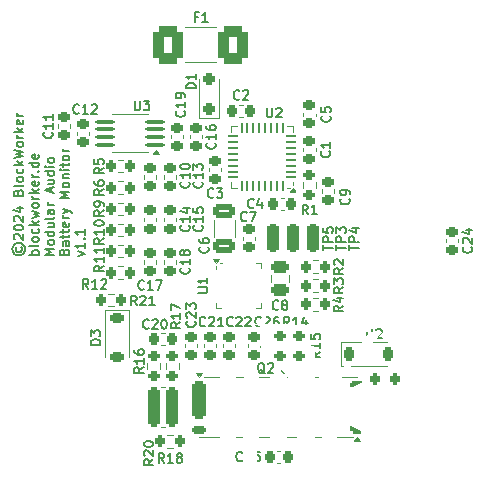
<source format=gbr>
%TF.GenerationSoftware,KiCad,Pcbnew,8.0.5*%
%TF.CreationDate,2024-10-29T13:47:40+01:00*%
%TF.ProjectId,BatteryMonitor,42617474-6572-4794-9d6f-6e69746f722e,rev?*%
%TF.SameCoordinates,Original*%
%TF.FileFunction,Legend,Top*%
%TF.FilePolarity,Positive*%
%FSLAX46Y46*%
G04 Gerber Fmt 4.6, Leading zero omitted, Abs format (unit mm)*
G04 Created by KiCad (PCBNEW 8.0.5) date 2024-10-29 13:47:40*
%MOMM*%
%LPD*%
G01*
G04 APERTURE LIST*
G04 Aperture macros list*
%AMRoundRect*
0 Rectangle with rounded corners*
0 $1 Rounding radius*
0 $2 $3 $4 $5 $6 $7 $8 $9 X,Y pos of 4 corners*
0 Add a 4 corners polygon primitive as box body*
4,1,4,$2,$3,$4,$5,$6,$7,$8,$9,$2,$3,0*
0 Add four circle primitives for the rounded corners*
1,1,$1+$1,$2,$3*
1,1,$1+$1,$4,$5*
1,1,$1+$1,$6,$7*
1,1,$1+$1,$8,$9*
0 Add four rect primitives between the rounded corners*
20,1,$1+$1,$2,$3,$4,$5,0*
20,1,$1+$1,$4,$5,$6,$7,0*
20,1,$1+$1,$6,$7,$8,$9,0*
20,1,$1+$1,$8,$9,$2,$3,0*%
%AMFreePoly0*
4,1,93,-0.830491,2.973079,-0.794443,2.958147,-0.766853,2.930557,-0.751921,2.894509,-0.750000,2.875000,-0.750000,2.280000,0.350000,2.280000,0.350000,2.875000,0.351921,2.894509,0.366853,2.930557,0.394443,2.958147,0.430491,2.973079,0.450000,2.975000,1.160000,2.975000,1.179509,2.973079,1.215557,2.958147,1.243147,2.930557,1.258079,2.894509,1.260000,2.875000,1.260000,2.280000,
2.630000,2.280000,2.649509,2.278079,2.685557,2.263147,2.713147,2.235557,2.728079,2.199509,2.730000,2.180000,2.730000,1.630000,2.728079,1.610491,2.713147,1.574443,2.685557,1.546853,2.649509,1.531921,2.630000,1.530000,2.030000,1.530000,2.030000,-1.530000,2.630000,-1.530000,2.649509,-1.531921,2.685557,-1.546853,2.713147,-1.574443,2.728079,-1.610491,2.730000,-1.630000,
2.730000,-2.180000,2.728079,-2.199509,2.713147,-2.235557,2.685557,-2.263147,2.649509,-2.278079,2.630000,-2.280000,1.260000,-2.280000,1.260000,-2.875000,1.258079,-2.894509,1.243147,-2.930557,1.215557,-2.958147,1.179509,-2.973079,1.160000,-2.975000,0.450000,-2.975000,0.430491,-2.973079,0.394443,-2.958147,0.366853,-2.930557,0.351921,-2.894509,0.350000,-2.875000,0.350000,-2.280000,
-0.750000,-2.280000,-0.750000,-2.875000,-0.751921,-2.894509,-0.766853,-2.930557,-0.794443,-2.958147,-0.830491,-2.973079,-0.850000,-2.975000,-1.560000,-2.975000,-1.579509,-2.973079,-1.615557,-2.958147,-1.643147,-2.930557,-1.658079,-2.894509,-1.660000,-2.875000,-1.660000,-2.280000,-1.827000,-2.280000,-1.904685,-2.264548,-1.970543,-2.220543,-2.014548,-2.154685,-2.030000,-2.077000,-2.030000,2.077000,
-2.014548,2.154685,-1.970543,2.220543,-1.904685,2.264548,-1.827000,2.280000,-1.660000,2.280000,-1.660000,2.875000,-1.658079,2.894509,-1.643147,2.930557,-1.615557,2.958147,-1.579509,2.973079,-1.560000,2.975000,-0.850000,2.975000,-0.830491,2.973079,-0.830491,2.973079,$1*%
G04 Aperture macros list end*
%ADD10C,0.150000*%
%ADD11C,0.120000*%
%ADD12C,4.000000*%
%ADD13C,6.000000*%
%ADD14C,3.500000*%
%ADD15C,0.100000*%
%ADD16C,5.000000*%
%ADD17C,0.000000*%
%ADD18RoundRect,0.100000X0.712500X0.100000X-0.712500X0.100000X-0.712500X-0.100000X0.712500X-0.100000X0*%
%ADD19RoundRect,0.225000X-0.250000X0.225000X-0.250000X-0.225000X0.250000X-0.225000X0.250000X0.225000X0*%
%ADD20RoundRect,0.225000X0.250000X-0.225000X0.250000X0.225000X-0.250000X0.225000X-0.250000X-0.225000X0*%
%ADD21RoundRect,0.200000X-0.200000X-0.275000X0.200000X-0.275000X0.200000X0.275000X-0.200000X0.275000X0*%
%ADD22RoundRect,0.200000X-0.275000X0.200000X-0.275000X-0.200000X0.275000X-0.200000X0.275000X0.200000X0*%
%ADD23RoundRect,0.307500X0.307500X1.337500X-0.307500X1.337500X-0.307500X-1.337500X0.307500X-1.337500X0*%
%ADD24RoundRect,0.187500X0.427500X0.187500X-0.427500X0.187500X-0.427500X-0.187500X0.427500X-0.187500X0*%
%ADD25FreePoly0,180.000000*%
%ADD26RoundRect,0.307500X-0.307500X-1.337500X0.307500X-1.337500X0.307500X1.337500X-0.307500X1.337500X0*%
%ADD27RoundRect,0.187500X-0.427500X-0.187500X0.427500X-0.187500X0.427500X0.187500X-0.427500X0.187500X0*%
%ADD28FreePoly0,0.000000*%
%ADD29RoundRect,0.200000X0.200000X0.275000X-0.200000X0.275000X-0.200000X-0.275000X0.200000X-0.275000X0*%
%ADD30RoundRect,0.225000X-0.225000X-0.375000X0.225000X-0.375000X0.225000X0.375000X-0.225000X0.375000X0*%
%ADD31RoundRect,0.225000X0.225000X0.250000X-0.225000X0.250000X-0.225000X-0.250000X0.225000X-0.250000X0*%
%ADD32RoundRect,0.250000X0.475000X-0.250000X0.475000X0.250000X-0.475000X0.250000X-0.475000X-0.250000X0*%
%ADD33RoundRect,0.062500X0.375000X0.062500X-0.375000X0.062500X-0.375000X-0.062500X0.375000X-0.062500X0*%
%ADD34RoundRect,0.062500X0.062500X0.375000X-0.062500X0.375000X-0.062500X-0.375000X0.062500X-0.375000X0*%
%ADD35R,3.450000X3.450000*%
%ADD36RoundRect,0.225000X-0.225000X-0.250000X0.225000X-0.250000X0.225000X0.250000X-0.225000X0.250000X0*%
%ADD37RoundRect,0.237500X0.237500X-0.987500X0.237500X0.987500X-0.237500X0.987500X-0.237500X-0.987500X0*%
%ADD38RoundRect,0.237500X-0.237500X0.987500X-0.237500X-0.987500X0.237500X-0.987500X0.237500X0.987500X0*%
%ADD39RoundRect,0.250000X0.250000X-0.250000X0.250000X0.250000X-0.250000X0.250000X-0.250000X-0.250000X0*%
%ADD40RoundRect,0.200000X0.275000X-0.200000X0.275000X0.200000X-0.275000X0.200000X-0.275000X-0.200000X0*%
%ADD41RoundRect,0.225000X-0.375000X0.225000X-0.375000X-0.225000X0.375000X-0.225000X0.375000X0.225000X0*%
%ADD42O,0.700000X0.240000*%
%ADD43O,0.240000X0.700000*%
%ADD44R,2.049999X2.049999*%
%ADD45RoundRect,0.250000X-0.650000X0.325000X-0.650000X-0.325000X0.650000X-0.325000X0.650000X0.325000X0*%
%ADD46RoundRect,0.462963X-0.787037X-1.127037X0.787037X-1.127037X0.787037X1.127037X-0.787037X1.127037X0*%
%ADD47RoundRect,0.250000X-0.250000X-1.450000X0.250000X-1.450000X0.250000X1.450000X-0.250000X1.450000X0*%
%ADD48C,2.300000*%
%ADD49C,3.000000*%
%ADD50C,1.600000*%
%ADD51C,1.800000*%
G04 APERTURE END LIST*
D10*
X134274340Y-101810839D02*
X133474340Y-101810839D01*
X133474340Y-101810839D02*
X134045768Y-101544173D01*
X134045768Y-101544173D02*
X133474340Y-101277506D01*
X133474340Y-101277506D02*
X134274340Y-101277506D01*
X134274340Y-100782268D02*
X134236245Y-100858458D01*
X134236245Y-100858458D02*
X134198149Y-100896553D01*
X134198149Y-100896553D02*
X134121959Y-100934649D01*
X134121959Y-100934649D02*
X133893387Y-100934649D01*
X133893387Y-100934649D02*
X133817197Y-100896553D01*
X133817197Y-100896553D02*
X133779102Y-100858458D01*
X133779102Y-100858458D02*
X133741006Y-100782268D01*
X133741006Y-100782268D02*
X133741006Y-100667982D01*
X133741006Y-100667982D02*
X133779102Y-100591791D01*
X133779102Y-100591791D02*
X133817197Y-100553696D01*
X133817197Y-100553696D02*
X133893387Y-100515601D01*
X133893387Y-100515601D02*
X134121959Y-100515601D01*
X134121959Y-100515601D02*
X134198149Y-100553696D01*
X134198149Y-100553696D02*
X134236245Y-100591791D01*
X134236245Y-100591791D02*
X134274340Y-100667982D01*
X134274340Y-100667982D02*
X134274340Y-100782268D01*
X134274340Y-99829886D02*
X133474340Y-99829886D01*
X134236245Y-99829886D02*
X134274340Y-99906077D01*
X134274340Y-99906077D02*
X134274340Y-100058458D01*
X134274340Y-100058458D02*
X134236245Y-100134648D01*
X134236245Y-100134648D02*
X134198149Y-100172743D01*
X134198149Y-100172743D02*
X134121959Y-100210839D01*
X134121959Y-100210839D02*
X133893387Y-100210839D01*
X133893387Y-100210839D02*
X133817197Y-100172743D01*
X133817197Y-100172743D02*
X133779102Y-100134648D01*
X133779102Y-100134648D02*
X133741006Y-100058458D01*
X133741006Y-100058458D02*
X133741006Y-99906077D01*
X133741006Y-99906077D02*
X133779102Y-99829886D01*
X133741006Y-99106076D02*
X134274340Y-99106076D01*
X133741006Y-99448933D02*
X134160054Y-99448933D01*
X134160054Y-99448933D02*
X134236245Y-99410838D01*
X134236245Y-99410838D02*
X134274340Y-99334648D01*
X134274340Y-99334648D02*
X134274340Y-99220362D01*
X134274340Y-99220362D02*
X134236245Y-99144171D01*
X134236245Y-99144171D02*
X134198149Y-99106076D01*
X134274340Y-98610838D02*
X134236245Y-98687028D01*
X134236245Y-98687028D02*
X134160054Y-98725123D01*
X134160054Y-98725123D02*
X133474340Y-98725123D01*
X134274340Y-97963218D02*
X133855292Y-97963218D01*
X133855292Y-97963218D02*
X133779102Y-98001313D01*
X133779102Y-98001313D02*
X133741006Y-98077504D01*
X133741006Y-98077504D02*
X133741006Y-98229885D01*
X133741006Y-98229885D02*
X133779102Y-98306075D01*
X134236245Y-97963218D02*
X134274340Y-98039409D01*
X134274340Y-98039409D02*
X134274340Y-98229885D01*
X134274340Y-98229885D02*
X134236245Y-98306075D01*
X134236245Y-98306075D02*
X134160054Y-98344171D01*
X134160054Y-98344171D02*
X134083864Y-98344171D01*
X134083864Y-98344171D02*
X134007673Y-98306075D01*
X134007673Y-98306075D02*
X133969578Y-98229885D01*
X133969578Y-98229885D02*
X133969578Y-98039409D01*
X133969578Y-98039409D02*
X133931483Y-97963218D01*
X134274340Y-97582265D02*
X133741006Y-97582265D01*
X133893387Y-97582265D02*
X133817197Y-97544170D01*
X133817197Y-97544170D02*
X133779102Y-97506075D01*
X133779102Y-97506075D02*
X133741006Y-97429884D01*
X133741006Y-97429884D02*
X133741006Y-97353694D01*
X134045768Y-96515599D02*
X134045768Y-96134646D01*
X134274340Y-96591789D02*
X133474340Y-96325122D01*
X133474340Y-96325122D02*
X134274340Y-96058456D01*
X133741006Y-95448932D02*
X134274340Y-95448932D01*
X133741006Y-95791789D02*
X134160054Y-95791789D01*
X134160054Y-95791789D02*
X134236245Y-95753694D01*
X134236245Y-95753694D02*
X134274340Y-95677504D01*
X134274340Y-95677504D02*
X134274340Y-95563218D01*
X134274340Y-95563218D02*
X134236245Y-95487027D01*
X134236245Y-95487027D02*
X134198149Y-95448932D01*
X134274340Y-94725122D02*
X133474340Y-94725122D01*
X134236245Y-94725122D02*
X134274340Y-94801313D01*
X134274340Y-94801313D02*
X134274340Y-94953694D01*
X134274340Y-94953694D02*
X134236245Y-95029884D01*
X134236245Y-95029884D02*
X134198149Y-95067979D01*
X134198149Y-95067979D02*
X134121959Y-95106075D01*
X134121959Y-95106075D02*
X133893387Y-95106075D01*
X133893387Y-95106075D02*
X133817197Y-95067979D01*
X133817197Y-95067979D02*
X133779102Y-95029884D01*
X133779102Y-95029884D02*
X133741006Y-94953694D01*
X133741006Y-94953694D02*
X133741006Y-94801313D01*
X133741006Y-94801313D02*
X133779102Y-94725122D01*
X134274340Y-94344169D02*
X133741006Y-94344169D01*
X133474340Y-94344169D02*
X133512435Y-94382265D01*
X133512435Y-94382265D02*
X133550530Y-94344169D01*
X133550530Y-94344169D02*
X133512435Y-94306074D01*
X133512435Y-94306074D02*
X133474340Y-94344169D01*
X133474340Y-94344169D02*
X133550530Y-94344169D01*
X134274340Y-93848932D02*
X134236245Y-93925122D01*
X134236245Y-93925122D02*
X134198149Y-93963217D01*
X134198149Y-93963217D02*
X134121959Y-94001313D01*
X134121959Y-94001313D02*
X133893387Y-94001313D01*
X133893387Y-94001313D02*
X133817197Y-93963217D01*
X133817197Y-93963217D02*
X133779102Y-93925122D01*
X133779102Y-93925122D02*
X133741006Y-93848932D01*
X133741006Y-93848932D02*
X133741006Y-93734646D01*
X133741006Y-93734646D02*
X133779102Y-93658455D01*
X133779102Y-93658455D02*
X133817197Y-93620360D01*
X133817197Y-93620360D02*
X133893387Y-93582265D01*
X133893387Y-93582265D02*
X134121959Y-93582265D01*
X134121959Y-93582265D02*
X134198149Y-93620360D01*
X134198149Y-93620360D02*
X134236245Y-93658455D01*
X134236245Y-93658455D02*
X134274340Y-93734646D01*
X134274340Y-93734646D02*
X134274340Y-93848932D01*
X135143247Y-101544173D02*
X135181342Y-101429887D01*
X135181342Y-101429887D02*
X135219438Y-101391792D01*
X135219438Y-101391792D02*
X135295628Y-101353696D01*
X135295628Y-101353696D02*
X135409914Y-101353696D01*
X135409914Y-101353696D02*
X135486104Y-101391792D01*
X135486104Y-101391792D02*
X135524200Y-101429887D01*
X135524200Y-101429887D02*
X135562295Y-101506077D01*
X135562295Y-101506077D02*
X135562295Y-101810839D01*
X135562295Y-101810839D02*
X134762295Y-101810839D01*
X134762295Y-101810839D02*
X134762295Y-101544173D01*
X134762295Y-101544173D02*
X134800390Y-101467982D01*
X134800390Y-101467982D02*
X134838485Y-101429887D01*
X134838485Y-101429887D02*
X134914676Y-101391792D01*
X134914676Y-101391792D02*
X134990866Y-101391792D01*
X134990866Y-101391792D02*
X135067057Y-101429887D01*
X135067057Y-101429887D02*
X135105152Y-101467982D01*
X135105152Y-101467982D02*
X135143247Y-101544173D01*
X135143247Y-101544173D02*
X135143247Y-101810839D01*
X135562295Y-100667982D02*
X135143247Y-100667982D01*
X135143247Y-100667982D02*
X135067057Y-100706077D01*
X135067057Y-100706077D02*
X135028961Y-100782268D01*
X135028961Y-100782268D02*
X135028961Y-100934649D01*
X135028961Y-100934649D02*
X135067057Y-101010839D01*
X135524200Y-100667982D02*
X135562295Y-100744173D01*
X135562295Y-100744173D02*
X135562295Y-100934649D01*
X135562295Y-100934649D02*
X135524200Y-101010839D01*
X135524200Y-101010839D02*
X135448009Y-101048935D01*
X135448009Y-101048935D02*
X135371819Y-101048935D01*
X135371819Y-101048935D02*
X135295628Y-101010839D01*
X135295628Y-101010839D02*
X135257533Y-100934649D01*
X135257533Y-100934649D02*
X135257533Y-100744173D01*
X135257533Y-100744173D02*
X135219438Y-100667982D01*
X135028961Y-100401315D02*
X135028961Y-100096553D01*
X134762295Y-100287029D02*
X135448009Y-100287029D01*
X135448009Y-100287029D02*
X135524200Y-100248934D01*
X135524200Y-100248934D02*
X135562295Y-100172744D01*
X135562295Y-100172744D02*
X135562295Y-100096553D01*
X135028961Y-99944172D02*
X135028961Y-99639410D01*
X134762295Y-99829886D02*
X135448009Y-99829886D01*
X135448009Y-99829886D02*
X135524200Y-99791791D01*
X135524200Y-99791791D02*
X135562295Y-99715601D01*
X135562295Y-99715601D02*
X135562295Y-99639410D01*
X135524200Y-99067981D02*
X135562295Y-99144172D01*
X135562295Y-99144172D02*
X135562295Y-99296553D01*
X135562295Y-99296553D02*
X135524200Y-99372743D01*
X135524200Y-99372743D02*
X135448009Y-99410839D01*
X135448009Y-99410839D02*
X135143247Y-99410839D01*
X135143247Y-99410839D02*
X135067057Y-99372743D01*
X135067057Y-99372743D02*
X135028961Y-99296553D01*
X135028961Y-99296553D02*
X135028961Y-99144172D01*
X135028961Y-99144172D02*
X135067057Y-99067981D01*
X135067057Y-99067981D02*
X135143247Y-99029886D01*
X135143247Y-99029886D02*
X135219438Y-99029886D01*
X135219438Y-99029886D02*
X135295628Y-99410839D01*
X135562295Y-98687029D02*
X135028961Y-98687029D01*
X135181342Y-98687029D02*
X135105152Y-98648934D01*
X135105152Y-98648934D02*
X135067057Y-98610839D01*
X135067057Y-98610839D02*
X135028961Y-98534648D01*
X135028961Y-98534648D02*
X135028961Y-98458458D01*
X135028961Y-98267982D02*
X135562295Y-98077506D01*
X135028961Y-97887029D02*
X135562295Y-98077506D01*
X135562295Y-98077506D02*
X135752771Y-98153696D01*
X135752771Y-98153696D02*
X135790866Y-98191791D01*
X135790866Y-98191791D02*
X135828961Y-98267982D01*
X135562295Y-96972743D02*
X134762295Y-96972743D01*
X134762295Y-96972743D02*
X135333723Y-96706077D01*
X135333723Y-96706077D02*
X134762295Y-96439410D01*
X134762295Y-96439410D02*
X135562295Y-96439410D01*
X135562295Y-95944172D02*
X135524200Y-96020362D01*
X135524200Y-96020362D02*
X135486104Y-96058457D01*
X135486104Y-96058457D02*
X135409914Y-96096553D01*
X135409914Y-96096553D02*
X135181342Y-96096553D01*
X135181342Y-96096553D02*
X135105152Y-96058457D01*
X135105152Y-96058457D02*
X135067057Y-96020362D01*
X135067057Y-96020362D02*
X135028961Y-95944172D01*
X135028961Y-95944172D02*
X135028961Y-95829886D01*
X135028961Y-95829886D02*
X135067057Y-95753695D01*
X135067057Y-95753695D02*
X135105152Y-95715600D01*
X135105152Y-95715600D02*
X135181342Y-95677505D01*
X135181342Y-95677505D02*
X135409914Y-95677505D01*
X135409914Y-95677505D02*
X135486104Y-95715600D01*
X135486104Y-95715600D02*
X135524200Y-95753695D01*
X135524200Y-95753695D02*
X135562295Y-95829886D01*
X135562295Y-95829886D02*
X135562295Y-95944172D01*
X135028961Y-95334647D02*
X135562295Y-95334647D01*
X135105152Y-95334647D02*
X135067057Y-95296552D01*
X135067057Y-95296552D02*
X135028961Y-95220362D01*
X135028961Y-95220362D02*
X135028961Y-95106076D01*
X135028961Y-95106076D02*
X135067057Y-95029885D01*
X135067057Y-95029885D02*
X135143247Y-94991790D01*
X135143247Y-94991790D02*
X135562295Y-94991790D01*
X135562295Y-94610837D02*
X135028961Y-94610837D01*
X134762295Y-94610837D02*
X134800390Y-94648933D01*
X134800390Y-94648933D02*
X134838485Y-94610837D01*
X134838485Y-94610837D02*
X134800390Y-94572742D01*
X134800390Y-94572742D02*
X134762295Y-94610837D01*
X134762295Y-94610837D02*
X134838485Y-94610837D01*
X135028961Y-94344171D02*
X135028961Y-94039409D01*
X134762295Y-94229885D02*
X135448009Y-94229885D01*
X135448009Y-94229885D02*
X135524200Y-94191790D01*
X135524200Y-94191790D02*
X135562295Y-94115600D01*
X135562295Y-94115600D02*
X135562295Y-94039409D01*
X135562295Y-93658457D02*
X135524200Y-93734647D01*
X135524200Y-93734647D02*
X135486104Y-93772742D01*
X135486104Y-93772742D02*
X135409914Y-93810838D01*
X135409914Y-93810838D02*
X135181342Y-93810838D01*
X135181342Y-93810838D02*
X135105152Y-93772742D01*
X135105152Y-93772742D02*
X135067057Y-93734647D01*
X135067057Y-93734647D02*
X135028961Y-93658457D01*
X135028961Y-93658457D02*
X135028961Y-93544171D01*
X135028961Y-93544171D02*
X135067057Y-93467980D01*
X135067057Y-93467980D02*
X135105152Y-93429885D01*
X135105152Y-93429885D02*
X135181342Y-93391790D01*
X135181342Y-93391790D02*
X135409914Y-93391790D01*
X135409914Y-93391790D02*
X135486104Y-93429885D01*
X135486104Y-93429885D02*
X135524200Y-93467980D01*
X135524200Y-93467980D02*
X135562295Y-93544171D01*
X135562295Y-93544171D02*
X135562295Y-93658457D01*
X135562295Y-93048932D02*
X135028961Y-93048932D01*
X135181342Y-93048932D02*
X135105152Y-93010837D01*
X135105152Y-93010837D02*
X135067057Y-92972742D01*
X135067057Y-92972742D02*
X135028961Y-92896551D01*
X135028961Y-92896551D02*
X135028961Y-92820361D01*
X136316916Y-101887030D02*
X136850250Y-101696554D01*
X136850250Y-101696554D02*
X136316916Y-101506077D01*
X136850250Y-100782268D02*
X136850250Y-101239411D01*
X136850250Y-101010839D02*
X136050250Y-101010839D01*
X136050250Y-101010839D02*
X136164535Y-101087030D01*
X136164535Y-101087030D02*
X136240726Y-101163220D01*
X136240726Y-101163220D02*
X136278821Y-101239411D01*
X136774059Y-100439410D02*
X136812155Y-100401315D01*
X136812155Y-100401315D02*
X136850250Y-100439410D01*
X136850250Y-100439410D02*
X136812155Y-100477506D01*
X136812155Y-100477506D02*
X136774059Y-100439410D01*
X136774059Y-100439410D02*
X136850250Y-100439410D01*
X136850250Y-99639411D02*
X136850250Y-100096554D01*
X136850250Y-99867982D02*
X136050250Y-99867982D01*
X136050250Y-99867982D02*
X136164535Y-99944173D01*
X136164535Y-99944173D02*
X136240726Y-100020363D01*
X136240726Y-100020363D02*
X136278821Y-100096554D01*
X141090476Y-88762295D02*
X141090476Y-89409914D01*
X141090476Y-89409914D02*
X141128571Y-89486104D01*
X141128571Y-89486104D02*
X141166666Y-89524200D01*
X141166666Y-89524200D02*
X141242857Y-89562295D01*
X141242857Y-89562295D02*
X141395238Y-89562295D01*
X141395238Y-89562295D02*
X141471428Y-89524200D01*
X141471428Y-89524200D02*
X141509523Y-89486104D01*
X141509523Y-89486104D02*
X141547619Y-89409914D01*
X141547619Y-89409914D02*
X141547619Y-88762295D01*
X141852380Y-88762295D02*
X142347618Y-88762295D01*
X142347618Y-88762295D02*
X142080952Y-89067057D01*
X142080952Y-89067057D02*
X142195237Y-89067057D01*
X142195237Y-89067057D02*
X142271428Y-89105152D01*
X142271428Y-89105152D02*
X142309523Y-89143247D01*
X142309523Y-89143247D02*
X142347618Y-89219438D01*
X142347618Y-89219438D02*
X142347618Y-89409914D01*
X142347618Y-89409914D02*
X142309523Y-89486104D01*
X142309523Y-89486104D02*
X142271428Y-89524200D01*
X142271428Y-89524200D02*
X142195237Y-89562295D01*
X142195237Y-89562295D02*
X141966666Y-89562295D01*
X141966666Y-89562295D02*
X141890475Y-89524200D01*
X141890475Y-89524200D02*
X141852380Y-89486104D01*
X145286104Y-89614285D02*
X145324200Y-89652381D01*
X145324200Y-89652381D02*
X145362295Y-89766666D01*
X145362295Y-89766666D02*
X145362295Y-89842857D01*
X145362295Y-89842857D02*
X145324200Y-89957143D01*
X145324200Y-89957143D02*
X145248009Y-90033333D01*
X145248009Y-90033333D02*
X145171819Y-90071428D01*
X145171819Y-90071428D02*
X145019438Y-90109524D01*
X145019438Y-90109524D02*
X144905152Y-90109524D01*
X144905152Y-90109524D02*
X144752771Y-90071428D01*
X144752771Y-90071428D02*
X144676580Y-90033333D01*
X144676580Y-90033333D02*
X144600390Y-89957143D01*
X144600390Y-89957143D02*
X144562295Y-89842857D01*
X144562295Y-89842857D02*
X144562295Y-89766666D01*
X144562295Y-89766666D02*
X144600390Y-89652381D01*
X144600390Y-89652381D02*
X144638485Y-89614285D01*
X145362295Y-88852381D02*
X145362295Y-89309524D01*
X145362295Y-89080952D02*
X144562295Y-89080952D01*
X144562295Y-89080952D02*
X144676580Y-89157143D01*
X144676580Y-89157143D02*
X144752771Y-89233333D01*
X144752771Y-89233333D02*
X144790866Y-89309524D01*
X145362295Y-88471428D02*
X145362295Y-88319047D01*
X145362295Y-88319047D02*
X145324200Y-88242857D01*
X145324200Y-88242857D02*
X145286104Y-88204761D01*
X145286104Y-88204761D02*
X145171819Y-88128571D01*
X145171819Y-88128571D02*
X145019438Y-88090476D01*
X145019438Y-88090476D02*
X144714676Y-88090476D01*
X144714676Y-88090476D02*
X144638485Y-88128571D01*
X144638485Y-88128571D02*
X144600390Y-88166666D01*
X144600390Y-88166666D02*
X144562295Y-88242857D01*
X144562295Y-88242857D02*
X144562295Y-88395238D01*
X144562295Y-88395238D02*
X144600390Y-88471428D01*
X144600390Y-88471428D02*
X144638485Y-88509523D01*
X144638485Y-88509523D02*
X144714676Y-88547619D01*
X144714676Y-88547619D02*
X144905152Y-88547619D01*
X144905152Y-88547619D02*
X144981342Y-88509523D01*
X144981342Y-88509523D02*
X145019438Y-88471428D01*
X145019438Y-88471428D02*
X145057533Y-88395238D01*
X145057533Y-88395238D02*
X145057533Y-88242857D01*
X145057533Y-88242857D02*
X145019438Y-88166666D01*
X145019438Y-88166666D02*
X144981342Y-88128571D01*
X144981342Y-88128571D02*
X144905152Y-88090476D01*
X147886104Y-92314285D02*
X147924200Y-92352381D01*
X147924200Y-92352381D02*
X147962295Y-92466666D01*
X147962295Y-92466666D02*
X147962295Y-92542857D01*
X147962295Y-92542857D02*
X147924200Y-92657143D01*
X147924200Y-92657143D02*
X147848009Y-92733333D01*
X147848009Y-92733333D02*
X147771819Y-92771428D01*
X147771819Y-92771428D02*
X147619438Y-92809524D01*
X147619438Y-92809524D02*
X147505152Y-92809524D01*
X147505152Y-92809524D02*
X147352771Y-92771428D01*
X147352771Y-92771428D02*
X147276580Y-92733333D01*
X147276580Y-92733333D02*
X147200390Y-92657143D01*
X147200390Y-92657143D02*
X147162295Y-92542857D01*
X147162295Y-92542857D02*
X147162295Y-92466666D01*
X147162295Y-92466666D02*
X147200390Y-92352381D01*
X147200390Y-92352381D02*
X147238485Y-92314285D01*
X147962295Y-91552381D02*
X147962295Y-92009524D01*
X147962295Y-91780952D02*
X147162295Y-91780952D01*
X147162295Y-91780952D02*
X147276580Y-91857143D01*
X147276580Y-91857143D02*
X147352771Y-91933333D01*
X147352771Y-91933333D02*
X147390866Y-92009524D01*
X147162295Y-90866666D02*
X147162295Y-91019047D01*
X147162295Y-91019047D02*
X147200390Y-91095238D01*
X147200390Y-91095238D02*
X147238485Y-91133333D01*
X147238485Y-91133333D02*
X147352771Y-91209523D01*
X147352771Y-91209523D02*
X147505152Y-91247619D01*
X147505152Y-91247619D02*
X147809914Y-91247619D01*
X147809914Y-91247619D02*
X147886104Y-91209523D01*
X147886104Y-91209523D02*
X147924200Y-91171428D01*
X147924200Y-91171428D02*
X147962295Y-91095238D01*
X147962295Y-91095238D02*
X147962295Y-90942857D01*
X147962295Y-90942857D02*
X147924200Y-90866666D01*
X147924200Y-90866666D02*
X147886104Y-90828571D01*
X147886104Y-90828571D02*
X147809914Y-90790476D01*
X147809914Y-90790476D02*
X147619438Y-90790476D01*
X147619438Y-90790476D02*
X147543247Y-90828571D01*
X147543247Y-90828571D02*
X147505152Y-90866666D01*
X147505152Y-90866666D02*
X147467057Y-90942857D01*
X147467057Y-90942857D02*
X147467057Y-91095238D01*
X147467057Y-91095238D02*
X147505152Y-91171428D01*
X147505152Y-91171428D02*
X147543247Y-91209523D01*
X147543247Y-91209523D02*
X147619438Y-91247619D01*
X136385714Y-89786104D02*
X136347618Y-89824200D01*
X136347618Y-89824200D02*
X136233333Y-89862295D01*
X136233333Y-89862295D02*
X136157142Y-89862295D01*
X136157142Y-89862295D02*
X136042856Y-89824200D01*
X136042856Y-89824200D02*
X135966666Y-89748009D01*
X135966666Y-89748009D02*
X135928571Y-89671819D01*
X135928571Y-89671819D02*
X135890475Y-89519438D01*
X135890475Y-89519438D02*
X135890475Y-89405152D01*
X135890475Y-89405152D02*
X135928571Y-89252771D01*
X135928571Y-89252771D02*
X135966666Y-89176580D01*
X135966666Y-89176580D02*
X136042856Y-89100390D01*
X136042856Y-89100390D02*
X136157142Y-89062295D01*
X136157142Y-89062295D02*
X136233333Y-89062295D01*
X136233333Y-89062295D02*
X136347618Y-89100390D01*
X136347618Y-89100390D02*
X136385714Y-89138485D01*
X137147618Y-89862295D02*
X136690475Y-89862295D01*
X136919047Y-89862295D02*
X136919047Y-89062295D01*
X136919047Y-89062295D02*
X136842856Y-89176580D01*
X136842856Y-89176580D02*
X136766666Y-89252771D01*
X136766666Y-89252771D02*
X136690475Y-89290866D01*
X137452380Y-89138485D02*
X137490476Y-89100390D01*
X137490476Y-89100390D02*
X137566666Y-89062295D01*
X137566666Y-89062295D02*
X137757142Y-89062295D01*
X137757142Y-89062295D02*
X137833333Y-89100390D01*
X137833333Y-89100390D02*
X137871428Y-89138485D01*
X137871428Y-89138485D02*
X137909523Y-89214676D01*
X137909523Y-89214676D02*
X137909523Y-89290866D01*
X137909523Y-89290866D02*
X137871428Y-89405152D01*
X137871428Y-89405152D02*
X137414285Y-89862295D01*
X137414285Y-89862295D02*
X137909523Y-89862295D01*
X134086104Y-91414285D02*
X134124200Y-91452381D01*
X134124200Y-91452381D02*
X134162295Y-91566666D01*
X134162295Y-91566666D02*
X134162295Y-91642857D01*
X134162295Y-91642857D02*
X134124200Y-91757143D01*
X134124200Y-91757143D02*
X134048009Y-91833333D01*
X134048009Y-91833333D02*
X133971819Y-91871428D01*
X133971819Y-91871428D02*
X133819438Y-91909524D01*
X133819438Y-91909524D02*
X133705152Y-91909524D01*
X133705152Y-91909524D02*
X133552771Y-91871428D01*
X133552771Y-91871428D02*
X133476580Y-91833333D01*
X133476580Y-91833333D02*
X133400390Y-91757143D01*
X133400390Y-91757143D02*
X133362295Y-91642857D01*
X133362295Y-91642857D02*
X133362295Y-91566666D01*
X133362295Y-91566666D02*
X133400390Y-91452381D01*
X133400390Y-91452381D02*
X133438485Y-91414285D01*
X134162295Y-90652381D02*
X134162295Y-91109524D01*
X134162295Y-90880952D02*
X133362295Y-90880952D01*
X133362295Y-90880952D02*
X133476580Y-90957143D01*
X133476580Y-90957143D02*
X133552771Y-91033333D01*
X133552771Y-91033333D02*
X133590866Y-91109524D01*
X134162295Y-89890476D02*
X134162295Y-90347619D01*
X134162295Y-90119047D02*
X133362295Y-90119047D01*
X133362295Y-90119047D02*
X133476580Y-90195238D01*
X133476580Y-90195238D02*
X133552771Y-90271428D01*
X133552771Y-90271428D02*
X133590866Y-90347619D01*
X138462295Y-98033332D02*
X138081342Y-98299999D01*
X138462295Y-98490475D02*
X137662295Y-98490475D01*
X137662295Y-98490475D02*
X137662295Y-98185713D01*
X137662295Y-98185713D02*
X137700390Y-98109523D01*
X137700390Y-98109523D02*
X137738485Y-98071428D01*
X137738485Y-98071428D02*
X137814676Y-98033332D01*
X137814676Y-98033332D02*
X137928961Y-98033332D01*
X137928961Y-98033332D02*
X138005152Y-98071428D01*
X138005152Y-98071428D02*
X138043247Y-98109523D01*
X138043247Y-98109523D02*
X138081342Y-98185713D01*
X138081342Y-98185713D02*
X138081342Y-98490475D01*
X138462295Y-97652380D02*
X138462295Y-97499999D01*
X138462295Y-97499999D02*
X138424200Y-97423809D01*
X138424200Y-97423809D02*
X138386104Y-97385713D01*
X138386104Y-97385713D02*
X138271819Y-97309523D01*
X138271819Y-97309523D02*
X138119438Y-97271428D01*
X138119438Y-97271428D02*
X137814676Y-97271428D01*
X137814676Y-97271428D02*
X137738485Y-97309523D01*
X137738485Y-97309523D02*
X137700390Y-97347618D01*
X137700390Y-97347618D02*
X137662295Y-97423809D01*
X137662295Y-97423809D02*
X137662295Y-97576190D01*
X137662295Y-97576190D02*
X137700390Y-97652380D01*
X137700390Y-97652380D02*
X137738485Y-97690475D01*
X137738485Y-97690475D02*
X137814676Y-97728571D01*
X137814676Y-97728571D02*
X138005152Y-97728571D01*
X138005152Y-97728571D02*
X138081342Y-97690475D01*
X138081342Y-97690475D02*
X138119438Y-97652380D01*
X138119438Y-97652380D02*
X138157533Y-97576190D01*
X138157533Y-97576190D02*
X138157533Y-97423809D01*
X138157533Y-97423809D02*
X138119438Y-97347618D01*
X138119438Y-97347618D02*
X138081342Y-97309523D01*
X138081342Y-97309523D02*
X138005152Y-97271428D01*
X146786104Y-95614285D02*
X146824200Y-95652381D01*
X146824200Y-95652381D02*
X146862295Y-95766666D01*
X146862295Y-95766666D02*
X146862295Y-95842857D01*
X146862295Y-95842857D02*
X146824200Y-95957143D01*
X146824200Y-95957143D02*
X146748009Y-96033333D01*
X146748009Y-96033333D02*
X146671819Y-96071428D01*
X146671819Y-96071428D02*
X146519438Y-96109524D01*
X146519438Y-96109524D02*
X146405152Y-96109524D01*
X146405152Y-96109524D02*
X146252771Y-96071428D01*
X146252771Y-96071428D02*
X146176580Y-96033333D01*
X146176580Y-96033333D02*
X146100390Y-95957143D01*
X146100390Y-95957143D02*
X146062295Y-95842857D01*
X146062295Y-95842857D02*
X146062295Y-95766666D01*
X146062295Y-95766666D02*
X146100390Y-95652381D01*
X146100390Y-95652381D02*
X146138485Y-95614285D01*
X146862295Y-94852381D02*
X146862295Y-95309524D01*
X146862295Y-95080952D02*
X146062295Y-95080952D01*
X146062295Y-95080952D02*
X146176580Y-95157143D01*
X146176580Y-95157143D02*
X146252771Y-95233333D01*
X146252771Y-95233333D02*
X146290866Y-95309524D01*
X146062295Y-94585714D02*
X146062295Y-94090476D01*
X146062295Y-94090476D02*
X146367057Y-94357142D01*
X146367057Y-94357142D02*
X146367057Y-94242857D01*
X146367057Y-94242857D02*
X146405152Y-94166666D01*
X146405152Y-94166666D02*
X146443247Y-94128571D01*
X146443247Y-94128571D02*
X146519438Y-94090476D01*
X146519438Y-94090476D02*
X146709914Y-94090476D01*
X146709914Y-94090476D02*
X146786104Y-94128571D01*
X146786104Y-94128571D02*
X146824200Y-94166666D01*
X146824200Y-94166666D02*
X146862295Y-94242857D01*
X146862295Y-94242857D02*
X146862295Y-94471428D01*
X146862295Y-94471428D02*
X146824200Y-94547619D01*
X146824200Y-94547619D02*
X146786104Y-94585714D01*
X144962295Y-107514285D02*
X144581342Y-107780952D01*
X144962295Y-107971428D02*
X144162295Y-107971428D01*
X144162295Y-107971428D02*
X144162295Y-107666666D01*
X144162295Y-107666666D02*
X144200390Y-107590476D01*
X144200390Y-107590476D02*
X144238485Y-107552381D01*
X144238485Y-107552381D02*
X144314676Y-107514285D01*
X144314676Y-107514285D02*
X144428961Y-107514285D01*
X144428961Y-107514285D02*
X144505152Y-107552381D01*
X144505152Y-107552381D02*
X144543247Y-107590476D01*
X144543247Y-107590476D02*
X144581342Y-107666666D01*
X144581342Y-107666666D02*
X144581342Y-107971428D01*
X144962295Y-106752381D02*
X144962295Y-107209524D01*
X144962295Y-106980952D02*
X144162295Y-106980952D01*
X144162295Y-106980952D02*
X144276580Y-107057143D01*
X144276580Y-107057143D02*
X144352771Y-107133333D01*
X144352771Y-107133333D02*
X144390866Y-107209524D01*
X144162295Y-106485714D02*
X144162295Y-105952380D01*
X144162295Y-105952380D02*
X144962295Y-106295238D01*
X154123809Y-111838485D02*
X154047619Y-111800390D01*
X154047619Y-111800390D02*
X153971428Y-111724200D01*
X153971428Y-111724200D02*
X153857142Y-111609914D01*
X153857142Y-111609914D02*
X153780952Y-111571819D01*
X153780952Y-111571819D02*
X153704761Y-111571819D01*
X153742857Y-111762295D02*
X153666666Y-111724200D01*
X153666666Y-111724200D02*
X153590476Y-111648009D01*
X153590476Y-111648009D02*
X153552380Y-111495628D01*
X153552380Y-111495628D02*
X153552380Y-111228961D01*
X153552380Y-111228961D02*
X153590476Y-111076580D01*
X153590476Y-111076580D02*
X153666666Y-111000390D01*
X153666666Y-111000390D02*
X153742857Y-110962295D01*
X153742857Y-110962295D02*
X153895238Y-110962295D01*
X153895238Y-110962295D02*
X153971428Y-111000390D01*
X153971428Y-111000390D02*
X154047619Y-111076580D01*
X154047619Y-111076580D02*
X154085714Y-111228961D01*
X154085714Y-111228961D02*
X154085714Y-111495628D01*
X154085714Y-111495628D02*
X154047619Y-111648009D01*
X154047619Y-111648009D02*
X153971428Y-111724200D01*
X153971428Y-111724200D02*
X153895238Y-111762295D01*
X153895238Y-111762295D02*
X153742857Y-111762295D01*
X154352380Y-110962295D02*
X154847618Y-110962295D01*
X154847618Y-110962295D02*
X154580952Y-111267057D01*
X154580952Y-111267057D02*
X154695237Y-111267057D01*
X154695237Y-111267057D02*
X154771428Y-111305152D01*
X154771428Y-111305152D02*
X154809523Y-111343247D01*
X154809523Y-111343247D02*
X154847618Y-111419438D01*
X154847618Y-111419438D02*
X154847618Y-111609914D01*
X154847618Y-111609914D02*
X154809523Y-111686104D01*
X154809523Y-111686104D02*
X154771428Y-111724200D01*
X154771428Y-111724200D02*
X154695237Y-111762295D01*
X154695237Y-111762295D02*
X154466666Y-111762295D01*
X154466666Y-111762295D02*
X154390475Y-111724200D01*
X154390475Y-111724200D02*
X154352380Y-111686104D01*
X152123809Y-111838485D02*
X152047619Y-111800390D01*
X152047619Y-111800390D02*
X151971428Y-111724200D01*
X151971428Y-111724200D02*
X151857142Y-111609914D01*
X151857142Y-111609914D02*
X151780952Y-111571819D01*
X151780952Y-111571819D02*
X151704761Y-111571819D01*
X151742857Y-111762295D02*
X151666666Y-111724200D01*
X151666666Y-111724200D02*
X151590476Y-111648009D01*
X151590476Y-111648009D02*
X151552380Y-111495628D01*
X151552380Y-111495628D02*
X151552380Y-111228961D01*
X151552380Y-111228961D02*
X151590476Y-111076580D01*
X151590476Y-111076580D02*
X151666666Y-111000390D01*
X151666666Y-111000390D02*
X151742857Y-110962295D01*
X151742857Y-110962295D02*
X151895238Y-110962295D01*
X151895238Y-110962295D02*
X151971428Y-111000390D01*
X151971428Y-111000390D02*
X152047619Y-111076580D01*
X152047619Y-111076580D02*
X152085714Y-111228961D01*
X152085714Y-111228961D02*
X152085714Y-111495628D01*
X152085714Y-111495628D02*
X152047619Y-111648009D01*
X152047619Y-111648009D02*
X151971428Y-111724200D01*
X151971428Y-111724200D02*
X151895238Y-111762295D01*
X151895238Y-111762295D02*
X151742857Y-111762295D01*
X152390475Y-111038485D02*
X152428571Y-111000390D01*
X152428571Y-111000390D02*
X152504761Y-110962295D01*
X152504761Y-110962295D02*
X152695237Y-110962295D01*
X152695237Y-110962295D02*
X152771428Y-111000390D01*
X152771428Y-111000390D02*
X152809523Y-111038485D01*
X152809523Y-111038485D02*
X152847618Y-111114676D01*
X152847618Y-111114676D02*
X152847618Y-111190866D01*
X152847618Y-111190866D02*
X152809523Y-111305152D01*
X152809523Y-111305152D02*
X152352380Y-111762295D01*
X152352380Y-111762295D02*
X152847618Y-111762295D01*
X137185714Y-104662295D02*
X136919047Y-104281342D01*
X136728571Y-104662295D02*
X136728571Y-103862295D01*
X136728571Y-103862295D02*
X137033333Y-103862295D01*
X137033333Y-103862295D02*
X137109523Y-103900390D01*
X137109523Y-103900390D02*
X137147618Y-103938485D01*
X137147618Y-103938485D02*
X137185714Y-104014676D01*
X137185714Y-104014676D02*
X137185714Y-104128961D01*
X137185714Y-104128961D02*
X137147618Y-104205152D01*
X137147618Y-104205152D02*
X137109523Y-104243247D01*
X137109523Y-104243247D02*
X137033333Y-104281342D01*
X137033333Y-104281342D02*
X136728571Y-104281342D01*
X137947618Y-104662295D02*
X137490475Y-104662295D01*
X137719047Y-104662295D02*
X137719047Y-103862295D01*
X137719047Y-103862295D02*
X137642856Y-103976580D01*
X137642856Y-103976580D02*
X137566666Y-104052771D01*
X137566666Y-104052771D02*
X137490475Y-104090866D01*
X138252380Y-103938485D02*
X138290476Y-103900390D01*
X138290476Y-103900390D02*
X138366666Y-103862295D01*
X138366666Y-103862295D02*
X138557142Y-103862295D01*
X138557142Y-103862295D02*
X138633333Y-103900390D01*
X138633333Y-103900390D02*
X138671428Y-103938485D01*
X138671428Y-103938485D02*
X138709523Y-104014676D01*
X138709523Y-104014676D02*
X138709523Y-104090866D01*
X138709523Y-104090866D02*
X138671428Y-104205152D01*
X138671428Y-104205152D02*
X138214285Y-104662295D01*
X138214285Y-104662295D02*
X138709523Y-104662295D01*
X158762295Y-106133332D02*
X158381342Y-106399999D01*
X158762295Y-106590475D02*
X157962295Y-106590475D01*
X157962295Y-106590475D02*
X157962295Y-106285713D01*
X157962295Y-106285713D02*
X158000390Y-106209523D01*
X158000390Y-106209523D02*
X158038485Y-106171428D01*
X158038485Y-106171428D02*
X158114676Y-106133332D01*
X158114676Y-106133332D02*
X158228961Y-106133332D01*
X158228961Y-106133332D02*
X158305152Y-106171428D01*
X158305152Y-106171428D02*
X158343247Y-106209523D01*
X158343247Y-106209523D02*
X158381342Y-106285713D01*
X158381342Y-106285713D02*
X158381342Y-106590475D01*
X158228961Y-105447618D02*
X158762295Y-105447618D01*
X157924200Y-105638094D02*
X158495628Y-105828571D01*
X158495628Y-105828571D02*
X158495628Y-105333332D01*
X160809524Y-108862295D02*
X160809524Y-108062295D01*
X160809524Y-108062295D02*
X161000000Y-108062295D01*
X161000000Y-108062295D02*
X161114286Y-108100390D01*
X161114286Y-108100390D02*
X161190476Y-108176580D01*
X161190476Y-108176580D02*
X161228571Y-108252771D01*
X161228571Y-108252771D02*
X161266667Y-108405152D01*
X161266667Y-108405152D02*
X161266667Y-108519438D01*
X161266667Y-108519438D02*
X161228571Y-108671819D01*
X161228571Y-108671819D02*
X161190476Y-108748009D01*
X161190476Y-108748009D02*
X161114286Y-108824200D01*
X161114286Y-108824200D02*
X161000000Y-108862295D01*
X161000000Y-108862295D02*
X160809524Y-108862295D01*
X161571428Y-108138485D02*
X161609524Y-108100390D01*
X161609524Y-108100390D02*
X161685714Y-108062295D01*
X161685714Y-108062295D02*
X161876190Y-108062295D01*
X161876190Y-108062295D02*
X161952381Y-108100390D01*
X161952381Y-108100390D02*
X161990476Y-108138485D01*
X161990476Y-108138485D02*
X162028571Y-108214676D01*
X162028571Y-108214676D02*
X162028571Y-108290866D01*
X162028571Y-108290866D02*
X161990476Y-108405152D01*
X161990476Y-108405152D02*
X161533333Y-108862295D01*
X161533333Y-108862295D02*
X162028571Y-108862295D01*
X169586104Y-101114285D02*
X169624200Y-101152381D01*
X169624200Y-101152381D02*
X169662295Y-101266666D01*
X169662295Y-101266666D02*
X169662295Y-101342857D01*
X169662295Y-101342857D02*
X169624200Y-101457143D01*
X169624200Y-101457143D02*
X169548009Y-101533333D01*
X169548009Y-101533333D02*
X169471819Y-101571428D01*
X169471819Y-101571428D02*
X169319438Y-101609524D01*
X169319438Y-101609524D02*
X169205152Y-101609524D01*
X169205152Y-101609524D02*
X169052771Y-101571428D01*
X169052771Y-101571428D02*
X168976580Y-101533333D01*
X168976580Y-101533333D02*
X168900390Y-101457143D01*
X168900390Y-101457143D02*
X168862295Y-101342857D01*
X168862295Y-101342857D02*
X168862295Y-101266666D01*
X168862295Y-101266666D02*
X168900390Y-101152381D01*
X168900390Y-101152381D02*
X168938485Y-101114285D01*
X168938485Y-100809524D02*
X168900390Y-100771428D01*
X168900390Y-100771428D02*
X168862295Y-100695238D01*
X168862295Y-100695238D02*
X168862295Y-100504762D01*
X168862295Y-100504762D02*
X168900390Y-100428571D01*
X168900390Y-100428571D02*
X168938485Y-100390476D01*
X168938485Y-100390476D02*
X169014676Y-100352381D01*
X169014676Y-100352381D02*
X169090866Y-100352381D01*
X169090866Y-100352381D02*
X169205152Y-100390476D01*
X169205152Y-100390476D02*
X169662295Y-100847619D01*
X169662295Y-100847619D02*
X169662295Y-100352381D01*
X169128961Y-99666666D02*
X169662295Y-99666666D01*
X168824200Y-99857142D02*
X169395628Y-100047619D01*
X169395628Y-100047619D02*
X169395628Y-99552380D01*
X154185714Y-107862295D02*
X153919047Y-107481342D01*
X153728571Y-107862295D02*
X153728571Y-107062295D01*
X153728571Y-107062295D02*
X154033333Y-107062295D01*
X154033333Y-107062295D02*
X154109523Y-107100390D01*
X154109523Y-107100390D02*
X154147618Y-107138485D01*
X154147618Y-107138485D02*
X154185714Y-107214676D01*
X154185714Y-107214676D02*
X154185714Y-107328961D01*
X154185714Y-107328961D02*
X154147618Y-107405152D01*
X154147618Y-107405152D02*
X154109523Y-107443247D01*
X154109523Y-107443247D02*
X154033333Y-107481342D01*
X154033333Y-107481342D02*
X153728571Y-107481342D01*
X154947618Y-107862295D02*
X154490475Y-107862295D01*
X154719047Y-107862295D02*
X154719047Y-107062295D01*
X154719047Y-107062295D02*
X154642856Y-107176580D01*
X154642856Y-107176580D02*
X154566666Y-107252771D01*
X154566666Y-107252771D02*
X154490475Y-107290866D01*
X155633333Y-107328961D02*
X155633333Y-107862295D01*
X155442857Y-107024200D02*
X155252380Y-107595628D01*
X155252380Y-107595628D02*
X155747619Y-107595628D01*
X147766667Y-96886104D02*
X147728571Y-96924200D01*
X147728571Y-96924200D02*
X147614286Y-96962295D01*
X147614286Y-96962295D02*
X147538095Y-96962295D01*
X147538095Y-96962295D02*
X147423809Y-96924200D01*
X147423809Y-96924200D02*
X147347619Y-96848009D01*
X147347619Y-96848009D02*
X147309524Y-96771819D01*
X147309524Y-96771819D02*
X147271428Y-96619438D01*
X147271428Y-96619438D02*
X147271428Y-96505152D01*
X147271428Y-96505152D02*
X147309524Y-96352771D01*
X147309524Y-96352771D02*
X147347619Y-96276580D01*
X147347619Y-96276580D02*
X147423809Y-96200390D01*
X147423809Y-96200390D02*
X147538095Y-96162295D01*
X147538095Y-96162295D02*
X147614286Y-96162295D01*
X147614286Y-96162295D02*
X147728571Y-96200390D01*
X147728571Y-96200390D02*
X147766667Y-96238485D01*
X148033333Y-96162295D02*
X148528571Y-96162295D01*
X148528571Y-96162295D02*
X148261905Y-96467057D01*
X148261905Y-96467057D02*
X148376190Y-96467057D01*
X148376190Y-96467057D02*
X148452381Y-96505152D01*
X148452381Y-96505152D02*
X148490476Y-96543247D01*
X148490476Y-96543247D02*
X148528571Y-96619438D01*
X148528571Y-96619438D02*
X148528571Y-96809914D01*
X148528571Y-96809914D02*
X148490476Y-96886104D01*
X148490476Y-96886104D02*
X148452381Y-96924200D01*
X148452381Y-96924200D02*
X148376190Y-96962295D01*
X148376190Y-96962295D02*
X148147619Y-96962295D01*
X148147619Y-96962295D02*
X148071428Y-96924200D01*
X148071428Y-96924200D02*
X148033333Y-96886104D01*
X149966667Y-88586104D02*
X149928571Y-88624200D01*
X149928571Y-88624200D02*
X149814286Y-88662295D01*
X149814286Y-88662295D02*
X149738095Y-88662295D01*
X149738095Y-88662295D02*
X149623809Y-88624200D01*
X149623809Y-88624200D02*
X149547619Y-88548009D01*
X149547619Y-88548009D02*
X149509524Y-88471819D01*
X149509524Y-88471819D02*
X149471428Y-88319438D01*
X149471428Y-88319438D02*
X149471428Y-88205152D01*
X149471428Y-88205152D02*
X149509524Y-88052771D01*
X149509524Y-88052771D02*
X149547619Y-87976580D01*
X149547619Y-87976580D02*
X149623809Y-87900390D01*
X149623809Y-87900390D02*
X149738095Y-87862295D01*
X149738095Y-87862295D02*
X149814286Y-87862295D01*
X149814286Y-87862295D02*
X149928571Y-87900390D01*
X149928571Y-87900390D02*
X149966667Y-87938485D01*
X150271428Y-87938485D02*
X150309524Y-87900390D01*
X150309524Y-87900390D02*
X150385714Y-87862295D01*
X150385714Y-87862295D02*
X150576190Y-87862295D01*
X150576190Y-87862295D02*
X150652381Y-87900390D01*
X150652381Y-87900390D02*
X150690476Y-87938485D01*
X150690476Y-87938485D02*
X150728571Y-88014676D01*
X150728571Y-88014676D02*
X150728571Y-88090866D01*
X150728571Y-88090866D02*
X150690476Y-88205152D01*
X150690476Y-88205152D02*
X150233333Y-88662295D01*
X150233333Y-88662295D02*
X150728571Y-88662295D01*
X157586104Y-93033332D02*
X157624200Y-93071428D01*
X157624200Y-93071428D02*
X157662295Y-93185713D01*
X157662295Y-93185713D02*
X157662295Y-93261904D01*
X157662295Y-93261904D02*
X157624200Y-93376190D01*
X157624200Y-93376190D02*
X157548009Y-93452380D01*
X157548009Y-93452380D02*
X157471819Y-93490475D01*
X157471819Y-93490475D02*
X157319438Y-93528571D01*
X157319438Y-93528571D02*
X157205152Y-93528571D01*
X157205152Y-93528571D02*
X157052771Y-93490475D01*
X157052771Y-93490475D02*
X156976580Y-93452380D01*
X156976580Y-93452380D02*
X156900390Y-93376190D01*
X156900390Y-93376190D02*
X156862295Y-93261904D01*
X156862295Y-93261904D02*
X156862295Y-93185713D01*
X156862295Y-93185713D02*
X156900390Y-93071428D01*
X156900390Y-93071428D02*
X156938485Y-93033332D01*
X157662295Y-92271428D02*
X157662295Y-92728571D01*
X157662295Y-92499999D02*
X156862295Y-92499999D01*
X156862295Y-92499999D02*
X156976580Y-92576190D01*
X156976580Y-92576190D02*
X157052771Y-92652380D01*
X157052771Y-92652380D02*
X157090866Y-92728571D01*
X131052771Y-101163220D02*
X131014676Y-101239411D01*
X131014676Y-101239411D02*
X131014676Y-101391792D01*
X131014676Y-101391792D02*
X131052771Y-101467982D01*
X131052771Y-101467982D02*
X131128961Y-101544173D01*
X131128961Y-101544173D02*
X131205152Y-101582268D01*
X131205152Y-101582268D02*
X131357533Y-101582268D01*
X131357533Y-101582268D02*
X131433723Y-101544173D01*
X131433723Y-101544173D02*
X131509914Y-101467982D01*
X131509914Y-101467982D02*
X131548009Y-101391792D01*
X131548009Y-101391792D02*
X131548009Y-101239411D01*
X131548009Y-101239411D02*
X131509914Y-101163220D01*
X130748009Y-101315601D02*
X130786104Y-101506077D01*
X130786104Y-101506077D02*
X130900390Y-101696554D01*
X130900390Y-101696554D02*
X131090866Y-101810839D01*
X131090866Y-101810839D02*
X131281342Y-101848935D01*
X131281342Y-101848935D02*
X131471819Y-101810839D01*
X131471819Y-101810839D02*
X131662295Y-101696554D01*
X131662295Y-101696554D02*
X131776580Y-101506077D01*
X131776580Y-101506077D02*
X131814676Y-101315601D01*
X131814676Y-101315601D02*
X131776580Y-101125125D01*
X131776580Y-101125125D02*
X131662295Y-100934649D01*
X131662295Y-100934649D02*
X131471819Y-100820363D01*
X131471819Y-100820363D02*
X131281342Y-100782268D01*
X131281342Y-100782268D02*
X131090866Y-100820363D01*
X131090866Y-100820363D02*
X130900390Y-100934649D01*
X130900390Y-100934649D02*
X130786104Y-101125125D01*
X130786104Y-101125125D02*
X130748009Y-101315601D01*
X130938485Y-100477506D02*
X130900390Y-100439410D01*
X130900390Y-100439410D02*
X130862295Y-100363220D01*
X130862295Y-100363220D02*
X130862295Y-100172744D01*
X130862295Y-100172744D02*
X130900390Y-100096553D01*
X130900390Y-100096553D02*
X130938485Y-100058458D01*
X130938485Y-100058458D02*
X131014676Y-100020363D01*
X131014676Y-100020363D02*
X131090866Y-100020363D01*
X131090866Y-100020363D02*
X131205152Y-100058458D01*
X131205152Y-100058458D02*
X131662295Y-100515601D01*
X131662295Y-100515601D02*
X131662295Y-100020363D01*
X130862295Y-99525124D02*
X130862295Y-99448934D01*
X130862295Y-99448934D02*
X130900390Y-99372743D01*
X130900390Y-99372743D02*
X130938485Y-99334648D01*
X130938485Y-99334648D02*
X131014676Y-99296553D01*
X131014676Y-99296553D02*
X131167057Y-99258458D01*
X131167057Y-99258458D02*
X131357533Y-99258458D01*
X131357533Y-99258458D02*
X131509914Y-99296553D01*
X131509914Y-99296553D02*
X131586104Y-99334648D01*
X131586104Y-99334648D02*
X131624200Y-99372743D01*
X131624200Y-99372743D02*
X131662295Y-99448934D01*
X131662295Y-99448934D02*
X131662295Y-99525124D01*
X131662295Y-99525124D02*
X131624200Y-99601315D01*
X131624200Y-99601315D02*
X131586104Y-99639410D01*
X131586104Y-99639410D02*
X131509914Y-99677505D01*
X131509914Y-99677505D02*
X131357533Y-99715601D01*
X131357533Y-99715601D02*
X131167057Y-99715601D01*
X131167057Y-99715601D02*
X131014676Y-99677505D01*
X131014676Y-99677505D02*
X130938485Y-99639410D01*
X130938485Y-99639410D02*
X130900390Y-99601315D01*
X130900390Y-99601315D02*
X130862295Y-99525124D01*
X130938485Y-98953696D02*
X130900390Y-98915600D01*
X130900390Y-98915600D02*
X130862295Y-98839410D01*
X130862295Y-98839410D02*
X130862295Y-98648934D01*
X130862295Y-98648934D02*
X130900390Y-98572743D01*
X130900390Y-98572743D02*
X130938485Y-98534648D01*
X130938485Y-98534648D02*
X131014676Y-98496553D01*
X131014676Y-98496553D02*
X131090866Y-98496553D01*
X131090866Y-98496553D02*
X131205152Y-98534648D01*
X131205152Y-98534648D02*
X131662295Y-98991791D01*
X131662295Y-98991791D02*
X131662295Y-98496553D01*
X131128961Y-97810838D02*
X131662295Y-97810838D01*
X130824200Y-98001314D02*
X131395628Y-98191791D01*
X131395628Y-98191791D02*
X131395628Y-97696552D01*
X131243247Y-96515600D02*
X131281342Y-96401314D01*
X131281342Y-96401314D02*
X131319438Y-96363219D01*
X131319438Y-96363219D02*
X131395628Y-96325123D01*
X131395628Y-96325123D02*
X131509914Y-96325123D01*
X131509914Y-96325123D02*
X131586104Y-96363219D01*
X131586104Y-96363219D02*
X131624200Y-96401314D01*
X131624200Y-96401314D02*
X131662295Y-96477504D01*
X131662295Y-96477504D02*
X131662295Y-96782266D01*
X131662295Y-96782266D02*
X130862295Y-96782266D01*
X130862295Y-96782266D02*
X130862295Y-96515600D01*
X130862295Y-96515600D02*
X130900390Y-96439409D01*
X130900390Y-96439409D02*
X130938485Y-96401314D01*
X130938485Y-96401314D02*
X131014676Y-96363219D01*
X131014676Y-96363219D02*
X131090866Y-96363219D01*
X131090866Y-96363219D02*
X131167057Y-96401314D01*
X131167057Y-96401314D02*
X131205152Y-96439409D01*
X131205152Y-96439409D02*
X131243247Y-96515600D01*
X131243247Y-96515600D02*
X131243247Y-96782266D01*
X131662295Y-95867981D02*
X131624200Y-95944171D01*
X131624200Y-95944171D02*
X131548009Y-95982266D01*
X131548009Y-95982266D02*
X130862295Y-95982266D01*
X131662295Y-95448933D02*
X131624200Y-95525123D01*
X131624200Y-95525123D02*
X131586104Y-95563218D01*
X131586104Y-95563218D02*
X131509914Y-95601314D01*
X131509914Y-95601314D02*
X131281342Y-95601314D01*
X131281342Y-95601314D02*
X131205152Y-95563218D01*
X131205152Y-95563218D02*
X131167057Y-95525123D01*
X131167057Y-95525123D02*
X131128961Y-95448933D01*
X131128961Y-95448933D02*
X131128961Y-95334647D01*
X131128961Y-95334647D02*
X131167057Y-95258456D01*
X131167057Y-95258456D02*
X131205152Y-95220361D01*
X131205152Y-95220361D02*
X131281342Y-95182266D01*
X131281342Y-95182266D02*
X131509914Y-95182266D01*
X131509914Y-95182266D02*
X131586104Y-95220361D01*
X131586104Y-95220361D02*
X131624200Y-95258456D01*
X131624200Y-95258456D02*
X131662295Y-95334647D01*
X131662295Y-95334647D02*
X131662295Y-95448933D01*
X131624200Y-94496551D02*
X131662295Y-94572742D01*
X131662295Y-94572742D02*
X131662295Y-94725123D01*
X131662295Y-94725123D02*
X131624200Y-94801313D01*
X131624200Y-94801313D02*
X131586104Y-94839408D01*
X131586104Y-94839408D02*
X131509914Y-94877504D01*
X131509914Y-94877504D02*
X131281342Y-94877504D01*
X131281342Y-94877504D02*
X131205152Y-94839408D01*
X131205152Y-94839408D02*
X131167057Y-94801313D01*
X131167057Y-94801313D02*
X131128961Y-94725123D01*
X131128961Y-94725123D02*
X131128961Y-94572742D01*
X131128961Y-94572742D02*
X131167057Y-94496551D01*
X131662295Y-94153694D02*
X130862295Y-94153694D01*
X131357533Y-94077504D02*
X131662295Y-93848932D01*
X131128961Y-93848932D02*
X131433723Y-94153694D01*
X130862295Y-93582266D02*
X131662295Y-93391790D01*
X131662295Y-93391790D02*
X131090866Y-93239409D01*
X131090866Y-93239409D02*
X131662295Y-93087028D01*
X131662295Y-93087028D02*
X130862295Y-92896552D01*
X131662295Y-92477504D02*
X131624200Y-92553694D01*
X131624200Y-92553694D02*
X131586104Y-92591789D01*
X131586104Y-92591789D02*
X131509914Y-92629885D01*
X131509914Y-92629885D02*
X131281342Y-92629885D01*
X131281342Y-92629885D02*
X131205152Y-92591789D01*
X131205152Y-92591789D02*
X131167057Y-92553694D01*
X131167057Y-92553694D02*
X131128961Y-92477504D01*
X131128961Y-92477504D02*
X131128961Y-92363218D01*
X131128961Y-92363218D02*
X131167057Y-92287027D01*
X131167057Y-92287027D02*
X131205152Y-92248932D01*
X131205152Y-92248932D02*
X131281342Y-92210837D01*
X131281342Y-92210837D02*
X131509914Y-92210837D01*
X131509914Y-92210837D02*
X131586104Y-92248932D01*
X131586104Y-92248932D02*
X131624200Y-92287027D01*
X131624200Y-92287027D02*
X131662295Y-92363218D01*
X131662295Y-92363218D02*
X131662295Y-92477504D01*
X131662295Y-91867979D02*
X131128961Y-91867979D01*
X131281342Y-91867979D02*
X131205152Y-91829884D01*
X131205152Y-91829884D02*
X131167057Y-91791789D01*
X131167057Y-91791789D02*
X131128961Y-91715598D01*
X131128961Y-91715598D02*
X131128961Y-91639408D01*
X131662295Y-91372741D02*
X130862295Y-91372741D01*
X131357533Y-91296551D02*
X131662295Y-91067979D01*
X131128961Y-91067979D02*
X131433723Y-91372741D01*
X131624200Y-90420360D02*
X131662295Y-90496551D01*
X131662295Y-90496551D02*
X131662295Y-90648932D01*
X131662295Y-90648932D02*
X131624200Y-90725122D01*
X131624200Y-90725122D02*
X131548009Y-90763218D01*
X131548009Y-90763218D02*
X131243247Y-90763218D01*
X131243247Y-90763218D02*
X131167057Y-90725122D01*
X131167057Y-90725122D02*
X131128961Y-90648932D01*
X131128961Y-90648932D02*
X131128961Y-90496551D01*
X131128961Y-90496551D02*
X131167057Y-90420360D01*
X131167057Y-90420360D02*
X131243247Y-90382265D01*
X131243247Y-90382265D02*
X131319438Y-90382265D01*
X131319438Y-90382265D02*
X131395628Y-90763218D01*
X131662295Y-90039408D02*
X131128961Y-90039408D01*
X131281342Y-90039408D02*
X131205152Y-90001313D01*
X131205152Y-90001313D02*
X131167057Y-89963218D01*
X131167057Y-89963218D02*
X131128961Y-89887027D01*
X131128961Y-89887027D02*
X131128961Y-89810837D01*
X132962295Y-101810839D02*
X132162295Y-101810839D01*
X132467057Y-101810839D02*
X132428961Y-101734649D01*
X132428961Y-101734649D02*
X132428961Y-101582268D01*
X132428961Y-101582268D02*
X132467057Y-101506077D01*
X132467057Y-101506077D02*
X132505152Y-101467982D01*
X132505152Y-101467982D02*
X132581342Y-101429887D01*
X132581342Y-101429887D02*
X132809914Y-101429887D01*
X132809914Y-101429887D02*
X132886104Y-101467982D01*
X132886104Y-101467982D02*
X132924200Y-101506077D01*
X132924200Y-101506077D02*
X132962295Y-101582268D01*
X132962295Y-101582268D02*
X132962295Y-101734649D01*
X132962295Y-101734649D02*
X132924200Y-101810839D01*
X132962295Y-100972744D02*
X132924200Y-101048934D01*
X132924200Y-101048934D02*
X132848009Y-101087029D01*
X132848009Y-101087029D02*
X132162295Y-101087029D01*
X132962295Y-100553696D02*
X132924200Y-100629886D01*
X132924200Y-100629886D02*
X132886104Y-100667981D01*
X132886104Y-100667981D02*
X132809914Y-100706077D01*
X132809914Y-100706077D02*
X132581342Y-100706077D01*
X132581342Y-100706077D02*
X132505152Y-100667981D01*
X132505152Y-100667981D02*
X132467057Y-100629886D01*
X132467057Y-100629886D02*
X132428961Y-100553696D01*
X132428961Y-100553696D02*
X132428961Y-100439410D01*
X132428961Y-100439410D02*
X132467057Y-100363219D01*
X132467057Y-100363219D02*
X132505152Y-100325124D01*
X132505152Y-100325124D02*
X132581342Y-100287029D01*
X132581342Y-100287029D02*
X132809914Y-100287029D01*
X132809914Y-100287029D02*
X132886104Y-100325124D01*
X132886104Y-100325124D02*
X132924200Y-100363219D01*
X132924200Y-100363219D02*
X132962295Y-100439410D01*
X132962295Y-100439410D02*
X132962295Y-100553696D01*
X132924200Y-99601314D02*
X132962295Y-99677505D01*
X132962295Y-99677505D02*
X132962295Y-99829886D01*
X132962295Y-99829886D02*
X132924200Y-99906076D01*
X132924200Y-99906076D02*
X132886104Y-99944171D01*
X132886104Y-99944171D02*
X132809914Y-99982267D01*
X132809914Y-99982267D02*
X132581342Y-99982267D01*
X132581342Y-99982267D02*
X132505152Y-99944171D01*
X132505152Y-99944171D02*
X132467057Y-99906076D01*
X132467057Y-99906076D02*
X132428961Y-99829886D01*
X132428961Y-99829886D02*
X132428961Y-99677505D01*
X132428961Y-99677505D02*
X132467057Y-99601314D01*
X132962295Y-99258457D02*
X132162295Y-99258457D01*
X132657533Y-99182267D02*
X132962295Y-98953695D01*
X132428961Y-98953695D02*
X132733723Y-99258457D01*
X132428961Y-98687029D02*
X132962295Y-98534648D01*
X132962295Y-98534648D02*
X132581342Y-98382267D01*
X132581342Y-98382267D02*
X132962295Y-98229886D01*
X132962295Y-98229886D02*
X132428961Y-98077505D01*
X132962295Y-97658458D02*
X132924200Y-97734648D01*
X132924200Y-97734648D02*
X132886104Y-97772743D01*
X132886104Y-97772743D02*
X132809914Y-97810839D01*
X132809914Y-97810839D02*
X132581342Y-97810839D01*
X132581342Y-97810839D02*
X132505152Y-97772743D01*
X132505152Y-97772743D02*
X132467057Y-97734648D01*
X132467057Y-97734648D02*
X132428961Y-97658458D01*
X132428961Y-97658458D02*
X132428961Y-97544172D01*
X132428961Y-97544172D02*
X132467057Y-97467981D01*
X132467057Y-97467981D02*
X132505152Y-97429886D01*
X132505152Y-97429886D02*
X132581342Y-97391791D01*
X132581342Y-97391791D02*
X132809914Y-97391791D01*
X132809914Y-97391791D02*
X132886104Y-97429886D01*
X132886104Y-97429886D02*
X132924200Y-97467981D01*
X132924200Y-97467981D02*
X132962295Y-97544172D01*
X132962295Y-97544172D02*
X132962295Y-97658458D01*
X132962295Y-97048933D02*
X132428961Y-97048933D01*
X132581342Y-97048933D02*
X132505152Y-97010838D01*
X132505152Y-97010838D02*
X132467057Y-96972743D01*
X132467057Y-96972743D02*
X132428961Y-96896552D01*
X132428961Y-96896552D02*
X132428961Y-96820362D01*
X132962295Y-96553695D02*
X132162295Y-96553695D01*
X132657533Y-96477505D02*
X132962295Y-96248933D01*
X132428961Y-96248933D02*
X132733723Y-96553695D01*
X132924200Y-95601314D02*
X132962295Y-95677505D01*
X132962295Y-95677505D02*
X132962295Y-95829886D01*
X132962295Y-95829886D02*
X132924200Y-95906076D01*
X132924200Y-95906076D02*
X132848009Y-95944172D01*
X132848009Y-95944172D02*
X132543247Y-95944172D01*
X132543247Y-95944172D02*
X132467057Y-95906076D01*
X132467057Y-95906076D02*
X132428961Y-95829886D01*
X132428961Y-95829886D02*
X132428961Y-95677505D01*
X132428961Y-95677505D02*
X132467057Y-95601314D01*
X132467057Y-95601314D02*
X132543247Y-95563219D01*
X132543247Y-95563219D02*
X132619438Y-95563219D01*
X132619438Y-95563219D02*
X132695628Y-95944172D01*
X132962295Y-95220362D02*
X132428961Y-95220362D01*
X132581342Y-95220362D02*
X132505152Y-95182267D01*
X132505152Y-95182267D02*
X132467057Y-95144172D01*
X132467057Y-95144172D02*
X132428961Y-95067981D01*
X132428961Y-95067981D02*
X132428961Y-94991791D01*
X132886104Y-94725124D02*
X132924200Y-94687029D01*
X132924200Y-94687029D02*
X132962295Y-94725124D01*
X132962295Y-94725124D02*
X132924200Y-94763220D01*
X132924200Y-94763220D02*
X132886104Y-94725124D01*
X132886104Y-94725124D02*
X132962295Y-94725124D01*
X132962295Y-94001315D02*
X132162295Y-94001315D01*
X132924200Y-94001315D02*
X132962295Y-94077506D01*
X132962295Y-94077506D02*
X132962295Y-94229887D01*
X132962295Y-94229887D02*
X132924200Y-94306077D01*
X132924200Y-94306077D02*
X132886104Y-94344172D01*
X132886104Y-94344172D02*
X132809914Y-94382268D01*
X132809914Y-94382268D02*
X132581342Y-94382268D01*
X132581342Y-94382268D02*
X132505152Y-94344172D01*
X132505152Y-94344172D02*
X132467057Y-94306077D01*
X132467057Y-94306077D02*
X132428961Y-94229887D01*
X132428961Y-94229887D02*
X132428961Y-94077506D01*
X132428961Y-94077506D02*
X132467057Y-94001315D01*
X132924200Y-93315600D02*
X132962295Y-93391791D01*
X132962295Y-93391791D02*
X132962295Y-93544172D01*
X132962295Y-93544172D02*
X132924200Y-93620362D01*
X132924200Y-93620362D02*
X132848009Y-93658458D01*
X132848009Y-93658458D02*
X132543247Y-93658458D01*
X132543247Y-93658458D02*
X132467057Y-93620362D01*
X132467057Y-93620362D02*
X132428961Y-93544172D01*
X132428961Y-93544172D02*
X132428961Y-93391791D01*
X132428961Y-93391791D02*
X132467057Y-93315600D01*
X132467057Y-93315600D02*
X132543247Y-93277505D01*
X132543247Y-93277505D02*
X132619438Y-93277505D01*
X132619438Y-93277505D02*
X132695628Y-93658458D01*
X141285714Y-106062295D02*
X141019047Y-105681342D01*
X140828571Y-106062295D02*
X140828571Y-105262295D01*
X140828571Y-105262295D02*
X141133333Y-105262295D01*
X141133333Y-105262295D02*
X141209523Y-105300390D01*
X141209523Y-105300390D02*
X141247618Y-105338485D01*
X141247618Y-105338485D02*
X141285714Y-105414676D01*
X141285714Y-105414676D02*
X141285714Y-105528961D01*
X141285714Y-105528961D02*
X141247618Y-105605152D01*
X141247618Y-105605152D02*
X141209523Y-105643247D01*
X141209523Y-105643247D02*
X141133333Y-105681342D01*
X141133333Y-105681342D02*
X140828571Y-105681342D01*
X141590475Y-105338485D02*
X141628571Y-105300390D01*
X141628571Y-105300390D02*
X141704761Y-105262295D01*
X141704761Y-105262295D02*
X141895237Y-105262295D01*
X141895237Y-105262295D02*
X141971428Y-105300390D01*
X141971428Y-105300390D02*
X142009523Y-105338485D01*
X142009523Y-105338485D02*
X142047618Y-105414676D01*
X142047618Y-105414676D02*
X142047618Y-105490866D01*
X142047618Y-105490866D02*
X142009523Y-105605152D01*
X142009523Y-105605152D02*
X141552380Y-106062295D01*
X141552380Y-106062295D02*
X142047618Y-106062295D01*
X142809523Y-106062295D02*
X142352380Y-106062295D01*
X142580952Y-106062295D02*
X142580952Y-105262295D01*
X142580952Y-105262295D02*
X142504761Y-105376580D01*
X142504761Y-105376580D02*
X142428571Y-105452771D01*
X142428571Y-105452771D02*
X142352380Y-105490866D01*
X138462295Y-100414285D02*
X138081342Y-100680952D01*
X138462295Y-100871428D02*
X137662295Y-100871428D01*
X137662295Y-100871428D02*
X137662295Y-100566666D01*
X137662295Y-100566666D02*
X137700390Y-100490476D01*
X137700390Y-100490476D02*
X137738485Y-100452381D01*
X137738485Y-100452381D02*
X137814676Y-100414285D01*
X137814676Y-100414285D02*
X137928961Y-100414285D01*
X137928961Y-100414285D02*
X138005152Y-100452381D01*
X138005152Y-100452381D02*
X138043247Y-100490476D01*
X138043247Y-100490476D02*
X138081342Y-100566666D01*
X138081342Y-100566666D02*
X138081342Y-100871428D01*
X138462295Y-99652381D02*
X138462295Y-100109524D01*
X138462295Y-99880952D02*
X137662295Y-99880952D01*
X137662295Y-99880952D02*
X137776580Y-99957143D01*
X137776580Y-99957143D02*
X137852771Y-100033333D01*
X137852771Y-100033333D02*
X137890866Y-100109524D01*
X137662295Y-99157142D02*
X137662295Y-99080952D01*
X137662295Y-99080952D02*
X137700390Y-99004761D01*
X137700390Y-99004761D02*
X137738485Y-98966666D01*
X137738485Y-98966666D02*
X137814676Y-98928571D01*
X137814676Y-98928571D02*
X137967057Y-98890476D01*
X137967057Y-98890476D02*
X138157533Y-98890476D01*
X138157533Y-98890476D02*
X138309914Y-98928571D01*
X138309914Y-98928571D02*
X138386104Y-98966666D01*
X138386104Y-98966666D02*
X138424200Y-99004761D01*
X138424200Y-99004761D02*
X138462295Y-99080952D01*
X138462295Y-99080952D02*
X138462295Y-99157142D01*
X138462295Y-99157142D02*
X138424200Y-99233333D01*
X138424200Y-99233333D02*
X138386104Y-99271428D01*
X138386104Y-99271428D02*
X138309914Y-99309523D01*
X138309914Y-99309523D02*
X138157533Y-99347619D01*
X138157533Y-99347619D02*
X137967057Y-99347619D01*
X137967057Y-99347619D02*
X137814676Y-99309523D01*
X137814676Y-99309523D02*
X137738485Y-99271428D01*
X137738485Y-99271428D02*
X137700390Y-99233333D01*
X137700390Y-99233333D02*
X137662295Y-99157142D01*
X146186104Y-107414285D02*
X146224200Y-107452381D01*
X146224200Y-107452381D02*
X146262295Y-107566666D01*
X146262295Y-107566666D02*
X146262295Y-107642857D01*
X146262295Y-107642857D02*
X146224200Y-107757143D01*
X146224200Y-107757143D02*
X146148009Y-107833333D01*
X146148009Y-107833333D02*
X146071819Y-107871428D01*
X146071819Y-107871428D02*
X145919438Y-107909524D01*
X145919438Y-107909524D02*
X145805152Y-107909524D01*
X145805152Y-107909524D02*
X145652771Y-107871428D01*
X145652771Y-107871428D02*
X145576580Y-107833333D01*
X145576580Y-107833333D02*
X145500390Y-107757143D01*
X145500390Y-107757143D02*
X145462295Y-107642857D01*
X145462295Y-107642857D02*
X145462295Y-107566666D01*
X145462295Y-107566666D02*
X145500390Y-107452381D01*
X145500390Y-107452381D02*
X145538485Y-107414285D01*
X145538485Y-107109524D02*
X145500390Y-107071428D01*
X145500390Y-107071428D02*
X145462295Y-106995238D01*
X145462295Y-106995238D02*
X145462295Y-106804762D01*
X145462295Y-106804762D02*
X145500390Y-106728571D01*
X145500390Y-106728571D02*
X145538485Y-106690476D01*
X145538485Y-106690476D02*
X145614676Y-106652381D01*
X145614676Y-106652381D02*
X145690866Y-106652381D01*
X145690866Y-106652381D02*
X145805152Y-106690476D01*
X145805152Y-106690476D02*
X146262295Y-107147619D01*
X146262295Y-107147619D02*
X146262295Y-106652381D01*
X145462295Y-106385714D02*
X145462295Y-105890476D01*
X145462295Y-105890476D02*
X145767057Y-106157142D01*
X145767057Y-106157142D02*
X145767057Y-106042857D01*
X145767057Y-106042857D02*
X145805152Y-105966666D01*
X145805152Y-105966666D02*
X145843247Y-105928571D01*
X145843247Y-105928571D02*
X145919438Y-105890476D01*
X145919438Y-105890476D02*
X146109914Y-105890476D01*
X146109914Y-105890476D02*
X146186104Y-105928571D01*
X146186104Y-105928571D02*
X146224200Y-105966666D01*
X146224200Y-105966666D02*
X146262295Y-106042857D01*
X146262295Y-106042857D02*
X146262295Y-106271428D01*
X146262295Y-106271428D02*
X146224200Y-106347619D01*
X146224200Y-106347619D02*
X146186104Y-106385714D01*
X149385714Y-107786104D02*
X149347618Y-107824200D01*
X149347618Y-107824200D02*
X149233333Y-107862295D01*
X149233333Y-107862295D02*
X149157142Y-107862295D01*
X149157142Y-107862295D02*
X149042856Y-107824200D01*
X149042856Y-107824200D02*
X148966666Y-107748009D01*
X148966666Y-107748009D02*
X148928571Y-107671819D01*
X148928571Y-107671819D02*
X148890475Y-107519438D01*
X148890475Y-107519438D02*
X148890475Y-107405152D01*
X148890475Y-107405152D02*
X148928571Y-107252771D01*
X148928571Y-107252771D02*
X148966666Y-107176580D01*
X148966666Y-107176580D02*
X149042856Y-107100390D01*
X149042856Y-107100390D02*
X149157142Y-107062295D01*
X149157142Y-107062295D02*
X149233333Y-107062295D01*
X149233333Y-107062295D02*
X149347618Y-107100390D01*
X149347618Y-107100390D02*
X149385714Y-107138485D01*
X149690475Y-107138485D02*
X149728571Y-107100390D01*
X149728571Y-107100390D02*
X149804761Y-107062295D01*
X149804761Y-107062295D02*
X149995237Y-107062295D01*
X149995237Y-107062295D02*
X150071428Y-107100390D01*
X150071428Y-107100390D02*
X150109523Y-107138485D01*
X150109523Y-107138485D02*
X150147618Y-107214676D01*
X150147618Y-107214676D02*
X150147618Y-107290866D01*
X150147618Y-107290866D02*
X150109523Y-107405152D01*
X150109523Y-107405152D02*
X149652380Y-107862295D01*
X149652380Y-107862295D02*
X150147618Y-107862295D01*
X150452380Y-107138485D02*
X150490476Y-107100390D01*
X150490476Y-107100390D02*
X150566666Y-107062295D01*
X150566666Y-107062295D02*
X150757142Y-107062295D01*
X150757142Y-107062295D02*
X150833333Y-107100390D01*
X150833333Y-107100390D02*
X150871428Y-107138485D01*
X150871428Y-107138485D02*
X150909523Y-107214676D01*
X150909523Y-107214676D02*
X150909523Y-107290866D01*
X150909523Y-107290866D02*
X150871428Y-107405152D01*
X150871428Y-107405152D02*
X150414285Y-107862295D01*
X150414285Y-107862295D02*
X150909523Y-107862295D01*
X153266667Y-106386104D02*
X153228571Y-106424200D01*
X153228571Y-106424200D02*
X153114286Y-106462295D01*
X153114286Y-106462295D02*
X153038095Y-106462295D01*
X153038095Y-106462295D02*
X152923809Y-106424200D01*
X152923809Y-106424200D02*
X152847619Y-106348009D01*
X152847619Y-106348009D02*
X152809524Y-106271819D01*
X152809524Y-106271819D02*
X152771428Y-106119438D01*
X152771428Y-106119438D02*
X152771428Y-106005152D01*
X152771428Y-106005152D02*
X152809524Y-105852771D01*
X152809524Y-105852771D02*
X152847619Y-105776580D01*
X152847619Y-105776580D02*
X152923809Y-105700390D01*
X152923809Y-105700390D02*
X153038095Y-105662295D01*
X153038095Y-105662295D02*
X153114286Y-105662295D01*
X153114286Y-105662295D02*
X153228571Y-105700390D01*
X153228571Y-105700390D02*
X153266667Y-105738485D01*
X153723809Y-106005152D02*
X153647619Y-105967057D01*
X153647619Y-105967057D02*
X153609524Y-105928961D01*
X153609524Y-105928961D02*
X153571428Y-105852771D01*
X153571428Y-105852771D02*
X153571428Y-105814676D01*
X153571428Y-105814676D02*
X153609524Y-105738485D01*
X153609524Y-105738485D02*
X153647619Y-105700390D01*
X153647619Y-105700390D02*
X153723809Y-105662295D01*
X153723809Y-105662295D02*
X153876190Y-105662295D01*
X153876190Y-105662295D02*
X153952381Y-105700390D01*
X153952381Y-105700390D02*
X153990476Y-105738485D01*
X153990476Y-105738485D02*
X154028571Y-105814676D01*
X154028571Y-105814676D02*
X154028571Y-105852771D01*
X154028571Y-105852771D02*
X153990476Y-105928961D01*
X153990476Y-105928961D02*
X153952381Y-105967057D01*
X153952381Y-105967057D02*
X153876190Y-106005152D01*
X153876190Y-106005152D02*
X153723809Y-106005152D01*
X153723809Y-106005152D02*
X153647619Y-106043247D01*
X153647619Y-106043247D02*
X153609524Y-106081342D01*
X153609524Y-106081342D02*
X153571428Y-106157533D01*
X153571428Y-106157533D02*
X153571428Y-106309914D01*
X153571428Y-106309914D02*
X153609524Y-106386104D01*
X153609524Y-106386104D02*
X153647619Y-106424200D01*
X153647619Y-106424200D02*
X153723809Y-106462295D01*
X153723809Y-106462295D02*
X153876190Y-106462295D01*
X153876190Y-106462295D02*
X153952381Y-106424200D01*
X153952381Y-106424200D02*
X153990476Y-106386104D01*
X153990476Y-106386104D02*
X154028571Y-106309914D01*
X154028571Y-106309914D02*
X154028571Y-106157533D01*
X154028571Y-106157533D02*
X153990476Y-106081342D01*
X153990476Y-106081342D02*
X153952381Y-106043247D01*
X153952381Y-106043247D02*
X153876190Y-106005152D01*
X147085714Y-107786104D02*
X147047618Y-107824200D01*
X147047618Y-107824200D02*
X146933333Y-107862295D01*
X146933333Y-107862295D02*
X146857142Y-107862295D01*
X146857142Y-107862295D02*
X146742856Y-107824200D01*
X146742856Y-107824200D02*
X146666666Y-107748009D01*
X146666666Y-107748009D02*
X146628571Y-107671819D01*
X146628571Y-107671819D02*
X146590475Y-107519438D01*
X146590475Y-107519438D02*
X146590475Y-107405152D01*
X146590475Y-107405152D02*
X146628571Y-107252771D01*
X146628571Y-107252771D02*
X146666666Y-107176580D01*
X146666666Y-107176580D02*
X146742856Y-107100390D01*
X146742856Y-107100390D02*
X146857142Y-107062295D01*
X146857142Y-107062295D02*
X146933333Y-107062295D01*
X146933333Y-107062295D02*
X147047618Y-107100390D01*
X147047618Y-107100390D02*
X147085714Y-107138485D01*
X147390475Y-107138485D02*
X147428571Y-107100390D01*
X147428571Y-107100390D02*
X147504761Y-107062295D01*
X147504761Y-107062295D02*
X147695237Y-107062295D01*
X147695237Y-107062295D02*
X147771428Y-107100390D01*
X147771428Y-107100390D02*
X147809523Y-107138485D01*
X147809523Y-107138485D02*
X147847618Y-107214676D01*
X147847618Y-107214676D02*
X147847618Y-107290866D01*
X147847618Y-107290866D02*
X147809523Y-107405152D01*
X147809523Y-107405152D02*
X147352380Y-107862295D01*
X147352380Y-107862295D02*
X147847618Y-107862295D01*
X148609523Y-107862295D02*
X148152380Y-107862295D01*
X148380952Y-107862295D02*
X148380952Y-107062295D01*
X148380952Y-107062295D02*
X148304761Y-107176580D01*
X148304761Y-107176580D02*
X148228571Y-107252771D01*
X148228571Y-107252771D02*
X148152380Y-107290866D01*
X152290476Y-89362295D02*
X152290476Y-90009914D01*
X152290476Y-90009914D02*
X152328571Y-90086104D01*
X152328571Y-90086104D02*
X152366666Y-90124200D01*
X152366666Y-90124200D02*
X152442857Y-90162295D01*
X152442857Y-90162295D02*
X152595238Y-90162295D01*
X152595238Y-90162295D02*
X152671428Y-90124200D01*
X152671428Y-90124200D02*
X152709523Y-90086104D01*
X152709523Y-90086104D02*
X152747619Y-90009914D01*
X152747619Y-90009914D02*
X152747619Y-89362295D01*
X153090475Y-89438485D02*
X153128571Y-89400390D01*
X153128571Y-89400390D02*
X153204761Y-89362295D01*
X153204761Y-89362295D02*
X153395237Y-89362295D01*
X153395237Y-89362295D02*
X153471428Y-89400390D01*
X153471428Y-89400390D02*
X153509523Y-89438485D01*
X153509523Y-89438485D02*
X153547618Y-89514676D01*
X153547618Y-89514676D02*
X153547618Y-89590866D01*
X153547618Y-89590866D02*
X153509523Y-89705152D01*
X153509523Y-89705152D02*
X153052380Y-90162295D01*
X153052380Y-90162295D02*
X153547618Y-90162295D01*
X167762295Y-112814285D02*
X167381342Y-113080952D01*
X167762295Y-113271428D02*
X166962295Y-113271428D01*
X166962295Y-113271428D02*
X166962295Y-112966666D01*
X166962295Y-112966666D02*
X167000390Y-112890476D01*
X167000390Y-112890476D02*
X167038485Y-112852381D01*
X167038485Y-112852381D02*
X167114676Y-112814285D01*
X167114676Y-112814285D02*
X167228961Y-112814285D01*
X167228961Y-112814285D02*
X167305152Y-112852381D01*
X167305152Y-112852381D02*
X167343247Y-112890476D01*
X167343247Y-112890476D02*
X167381342Y-112966666D01*
X167381342Y-112966666D02*
X167381342Y-113271428D01*
X167762295Y-112052381D02*
X167762295Y-112509524D01*
X167762295Y-112280952D02*
X166962295Y-112280952D01*
X166962295Y-112280952D02*
X167076580Y-112357143D01*
X167076580Y-112357143D02*
X167152771Y-112433333D01*
X167152771Y-112433333D02*
X167190866Y-112509524D01*
X167762295Y-111671428D02*
X167762295Y-111519047D01*
X167762295Y-111519047D02*
X167724200Y-111442857D01*
X167724200Y-111442857D02*
X167686104Y-111404761D01*
X167686104Y-111404761D02*
X167571819Y-111328571D01*
X167571819Y-111328571D02*
X167419438Y-111290476D01*
X167419438Y-111290476D02*
X167114676Y-111290476D01*
X167114676Y-111290476D02*
X167038485Y-111328571D01*
X167038485Y-111328571D02*
X167000390Y-111366666D01*
X167000390Y-111366666D02*
X166962295Y-111442857D01*
X166962295Y-111442857D02*
X166962295Y-111595238D01*
X166962295Y-111595238D02*
X167000390Y-111671428D01*
X167000390Y-111671428D02*
X167038485Y-111709523D01*
X167038485Y-111709523D02*
X167114676Y-111747619D01*
X167114676Y-111747619D02*
X167305152Y-111747619D01*
X167305152Y-111747619D02*
X167381342Y-111709523D01*
X167381342Y-111709523D02*
X167419438Y-111671428D01*
X167419438Y-111671428D02*
X167457533Y-111595238D01*
X167457533Y-111595238D02*
X167457533Y-111442857D01*
X167457533Y-111442857D02*
X167419438Y-111366666D01*
X167419438Y-111366666D02*
X167381342Y-111328571D01*
X167381342Y-111328571D02*
X167305152Y-111290476D01*
X158762295Y-104533332D02*
X158381342Y-104799999D01*
X158762295Y-104990475D02*
X157962295Y-104990475D01*
X157962295Y-104990475D02*
X157962295Y-104685713D01*
X157962295Y-104685713D02*
X158000390Y-104609523D01*
X158000390Y-104609523D02*
X158038485Y-104571428D01*
X158038485Y-104571428D02*
X158114676Y-104533332D01*
X158114676Y-104533332D02*
X158228961Y-104533332D01*
X158228961Y-104533332D02*
X158305152Y-104571428D01*
X158305152Y-104571428D02*
X158343247Y-104609523D01*
X158343247Y-104609523D02*
X158381342Y-104685713D01*
X158381342Y-104685713D02*
X158381342Y-104990475D01*
X157962295Y-104266666D02*
X157962295Y-103771428D01*
X157962295Y-103771428D02*
X158267057Y-104038094D01*
X158267057Y-104038094D02*
X158267057Y-103923809D01*
X158267057Y-103923809D02*
X158305152Y-103847618D01*
X158305152Y-103847618D02*
X158343247Y-103809523D01*
X158343247Y-103809523D02*
X158419438Y-103771428D01*
X158419438Y-103771428D02*
X158609914Y-103771428D01*
X158609914Y-103771428D02*
X158686104Y-103809523D01*
X158686104Y-103809523D02*
X158724200Y-103847618D01*
X158724200Y-103847618D02*
X158762295Y-103923809D01*
X158762295Y-103923809D02*
X158762295Y-104152380D01*
X158762295Y-104152380D02*
X158724200Y-104228571D01*
X158724200Y-104228571D02*
X158686104Y-104266666D01*
X156792295Y-110014285D02*
X156411342Y-110280952D01*
X156792295Y-110471428D02*
X155992295Y-110471428D01*
X155992295Y-110471428D02*
X155992295Y-110166666D01*
X155992295Y-110166666D02*
X156030390Y-110090476D01*
X156030390Y-110090476D02*
X156068485Y-110052381D01*
X156068485Y-110052381D02*
X156144676Y-110014285D01*
X156144676Y-110014285D02*
X156258961Y-110014285D01*
X156258961Y-110014285D02*
X156335152Y-110052381D01*
X156335152Y-110052381D02*
X156373247Y-110090476D01*
X156373247Y-110090476D02*
X156411342Y-110166666D01*
X156411342Y-110166666D02*
X156411342Y-110471428D01*
X156792295Y-109252381D02*
X156792295Y-109709524D01*
X156792295Y-109480952D02*
X155992295Y-109480952D01*
X155992295Y-109480952D02*
X156106580Y-109557143D01*
X156106580Y-109557143D02*
X156182771Y-109633333D01*
X156182771Y-109633333D02*
X156220866Y-109709524D01*
X155992295Y-108528571D02*
X155992295Y-108909523D01*
X155992295Y-108909523D02*
X156373247Y-108947619D01*
X156373247Y-108947619D02*
X156335152Y-108909523D01*
X156335152Y-108909523D02*
X156297057Y-108833333D01*
X156297057Y-108833333D02*
X156297057Y-108642857D01*
X156297057Y-108642857D02*
X156335152Y-108566666D01*
X156335152Y-108566666D02*
X156373247Y-108528571D01*
X156373247Y-108528571D02*
X156449438Y-108490476D01*
X156449438Y-108490476D02*
X156639914Y-108490476D01*
X156639914Y-108490476D02*
X156716104Y-108528571D01*
X156716104Y-108528571D02*
X156754200Y-108566666D01*
X156754200Y-108566666D02*
X156792295Y-108642857D01*
X156792295Y-108642857D02*
X156792295Y-108833333D01*
X156792295Y-108833333D02*
X156754200Y-108909523D01*
X156754200Y-108909523D02*
X156716104Y-108947619D01*
X142285714Y-107986104D02*
X142247618Y-108024200D01*
X142247618Y-108024200D02*
X142133333Y-108062295D01*
X142133333Y-108062295D02*
X142057142Y-108062295D01*
X142057142Y-108062295D02*
X141942856Y-108024200D01*
X141942856Y-108024200D02*
X141866666Y-107948009D01*
X141866666Y-107948009D02*
X141828571Y-107871819D01*
X141828571Y-107871819D02*
X141790475Y-107719438D01*
X141790475Y-107719438D02*
X141790475Y-107605152D01*
X141790475Y-107605152D02*
X141828571Y-107452771D01*
X141828571Y-107452771D02*
X141866666Y-107376580D01*
X141866666Y-107376580D02*
X141942856Y-107300390D01*
X141942856Y-107300390D02*
X142057142Y-107262295D01*
X142057142Y-107262295D02*
X142133333Y-107262295D01*
X142133333Y-107262295D02*
X142247618Y-107300390D01*
X142247618Y-107300390D02*
X142285714Y-107338485D01*
X142590475Y-107338485D02*
X142628571Y-107300390D01*
X142628571Y-107300390D02*
X142704761Y-107262295D01*
X142704761Y-107262295D02*
X142895237Y-107262295D01*
X142895237Y-107262295D02*
X142971428Y-107300390D01*
X142971428Y-107300390D02*
X143009523Y-107338485D01*
X143009523Y-107338485D02*
X143047618Y-107414676D01*
X143047618Y-107414676D02*
X143047618Y-107490866D01*
X143047618Y-107490866D02*
X143009523Y-107605152D01*
X143009523Y-107605152D02*
X142552380Y-108062295D01*
X142552380Y-108062295D02*
X143047618Y-108062295D01*
X143542857Y-107262295D02*
X143619047Y-107262295D01*
X143619047Y-107262295D02*
X143695238Y-107300390D01*
X143695238Y-107300390D02*
X143733333Y-107338485D01*
X143733333Y-107338485D02*
X143771428Y-107414676D01*
X143771428Y-107414676D02*
X143809523Y-107567057D01*
X143809523Y-107567057D02*
X143809523Y-107757533D01*
X143809523Y-107757533D02*
X143771428Y-107909914D01*
X143771428Y-107909914D02*
X143733333Y-107986104D01*
X143733333Y-107986104D02*
X143695238Y-108024200D01*
X143695238Y-108024200D02*
X143619047Y-108062295D01*
X143619047Y-108062295D02*
X143542857Y-108062295D01*
X143542857Y-108062295D02*
X143466666Y-108024200D01*
X143466666Y-108024200D02*
X143428571Y-107986104D01*
X143428571Y-107986104D02*
X143390476Y-107909914D01*
X143390476Y-107909914D02*
X143352380Y-107757533D01*
X143352380Y-107757533D02*
X143352380Y-107567057D01*
X143352380Y-107567057D02*
X143390476Y-107414676D01*
X143390476Y-107414676D02*
X143428571Y-107338485D01*
X143428571Y-107338485D02*
X143466666Y-107300390D01*
X143466666Y-107300390D02*
X143542857Y-107262295D01*
X146786104Y-99314285D02*
X146824200Y-99352381D01*
X146824200Y-99352381D02*
X146862295Y-99466666D01*
X146862295Y-99466666D02*
X146862295Y-99542857D01*
X146862295Y-99542857D02*
X146824200Y-99657143D01*
X146824200Y-99657143D02*
X146748009Y-99733333D01*
X146748009Y-99733333D02*
X146671819Y-99771428D01*
X146671819Y-99771428D02*
X146519438Y-99809524D01*
X146519438Y-99809524D02*
X146405152Y-99809524D01*
X146405152Y-99809524D02*
X146252771Y-99771428D01*
X146252771Y-99771428D02*
X146176580Y-99733333D01*
X146176580Y-99733333D02*
X146100390Y-99657143D01*
X146100390Y-99657143D02*
X146062295Y-99542857D01*
X146062295Y-99542857D02*
X146062295Y-99466666D01*
X146062295Y-99466666D02*
X146100390Y-99352381D01*
X146100390Y-99352381D02*
X146138485Y-99314285D01*
X146862295Y-98552381D02*
X146862295Y-99009524D01*
X146862295Y-98780952D02*
X146062295Y-98780952D01*
X146062295Y-98780952D02*
X146176580Y-98857143D01*
X146176580Y-98857143D02*
X146252771Y-98933333D01*
X146252771Y-98933333D02*
X146290866Y-99009524D01*
X146062295Y-97828571D02*
X146062295Y-98209523D01*
X146062295Y-98209523D02*
X146443247Y-98247619D01*
X146443247Y-98247619D02*
X146405152Y-98209523D01*
X146405152Y-98209523D02*
X146367057Y-98133333D01*
X146367057Y-98133333D02*
X146367057Y-97942857D01*
X146367057Y-97942857D02*
X146405152Y-97866666D01*
X146405152Y-97866666D02*
X146443247Y-97828571D01*
X146443247Y-97828571D02*
X146519438Y-97790476D01*
X146519438Y-97790476D02*
X146709914Y-97790476D01*
X146709914Y-97790476D02*
X146786104Y-97828571D01*
X146786104Y-97828571D02*
X146824200Y-97866666D01*
X146824200Y-97866666D02*
X146862295Y-97942857D01*
X146862295Y-97942857D02*
X146862295Y-98133333D01*
X146862295Y-98133333D02*
X146824200Y-98209523D01*
X146824200Y-98209523D02*
X146786104Y-98247619D01*
X158762295Y-102933332D02*
X158381342Y-103199999D01*
X158762295Y-103390475D02*
X157962295Y-103390475D01*
X157962295Y-103390475D02*
X157962295Y-103085713D01*
X157962295Y-103085713D02*
X158000390Y-103009523D01*
X158000390Y-103009523D02*
X158038485Y-102971428D01*
X158038485Y-102971428D02*
X158114676Y-102933332D01*
X158114676Y-102933332D02*
X158228961Y-102933332D01*
X158228961Y-102933332D02*
X158305152Y-102971428D01*
X158305152Y-102971428D02*
X158343247Y-103009523D01*
X158343247Y-103009523D02*
X158381342Y-103085713D01*
X158381342Y-103085713D02*
X158381342Y-103390475D01*
X158038485Y-102628571D02*
X158000390Y-102590475D01*
X158000390Y-102590475D02*
X157962295Y-102514285D01*
X157962295Y-102514285D02*
X157962295Y-102323809D01*
X157962295Y-102323809D02*
X158000390Y-102247618D01*
X158000390Y-102247618D02*
X158038485Y-102209523D01*
X158038485Y-102209523D02*
X158114676Y-102171428D01*
X158114676Y-102171428D02*
X158190866Y-102171428D01*
X158190866Y-102171428D02*
X158305152Y-102209523D01*
X158305152Y-102209523D02*
X158762295Y-102666666D01*
X158762295Y-102666666D02*
X158762295Y-102171428D01*
X150566667Y-98886104D02*
X150528571Y-98924200D01*
X150528571Y-98924200D02*
X150414286Y-98962295D01*
X150414286Y-98962295D02*
X150338095Y-98962295D01*
X150338095Y-98962295D02*
X150223809Y-98924200D01*
X150223809Y-98924200D02*
X150147619Y-98848009D01*
X150147619Y-98848009D02*
X150109524Y-98771819D01*
X150109524Y-98771819D02*
X150071428Y-98619438D01*
X150071428Y-98619438D02*
X150071428Y-98505152D01*
X150071428Y-98505152D02*
X150109524Y-98352771D01*
X150109524Y-98352771D02*
X150147619Y-98276580D01*
X150147619Y-98276580D02*
X150223809Y-98200390D01*
X150223809Y-98200390D02*
X150338095Y-98162295D01*
X150338095Y-98162295D02*
X150414286Y-98162295D01*
X150414286Y-98162295D02*
X150528571Y-98200390D01*
X150528571Y-98200390D02*
X150566667Y-98238485D01*
X150833333Y-98162295D02*
X151366667Y-98162295D01*
X151366667Y-98162295D02*
X151023809Y-98962295D01*
X158162295Y-101409523D02*
X158162295Y-100952380D01*
X158962295Y-101180952D02*
X158162295Y-101180952D01*
X158962295Y-100685713D02*
X158162295Y-100685713D01*
X158162295Y-100685713D02*
X158162295Y-100380951D01*
X158162295Y-100380951D02*
X158200390Y-100304761D01*
X158200390Y-100304761D02*
X158238485Y-100266666D01*
X158238485Y-100266666D02*
X158314676Y-100228570D01*
X158314676Y-100228570D02*
X158428961Y-100228570D01*
X158428961Y-100228570D02*
X158505152Y-100266666D01*
X158505152Y-100266666D02*
X158543247Y-100304761D01*
X158543247Y-100304761D02*
X158581342Y-100380951D01*
X158581342Y-100380951D02*
X158581342Y-100685713D01*
X158162295Y-99961904D02*
X158162295Y-99466666D01*
X158162295Y-99466666D02*
X158467057Y-99733332D01*
X158467057Y-99733332D02*
X158467057Y-99619047D01*
X158467057Y-99619047D02*
X158505152Y-99542856D01*
X158505152Y-99542856D02*
X158543247Y-99504761D01*
X158543247Y-99504761D02*
X158619438Y-99466666D01*
X158619438Y-99466666D02*
X158809914Y-99466666D01*
X158809914Y-99466666D02*
X158886104Y-99504761D01*
X158886104Y-99504761D02*
X158924200Y-99542856D01*
X158924200Y-99542856D02*
X158962295Y-99619047D01*
X158962295Y-99619047D02*
X158962295Y-99847618D01*
X158962295Y-99847618D02*
X158924200Y-99923809D01*
X158924200Y-99923809D02*
X158886104Y-99961904D01*
X159216104Y-97033332D02*
X159254200Y-97071428D01*
X159254200Y-97071428D02*
X159292295Y-97185713D01*
X159292295Y-97185713D02*
X159292295Y-97261904D01*
X159292295Y-97261904D02*
X159254200Y-97376190D01*
X159254200Y-97376190D02*
X159178009Y-97452380D01*
X159178009Y-97452380D02*
X159101819Y-97490475D01*
X159101819Y-97490475D02*
X158949438Y-97528571D01*
X158949438Y-97528571D02*
X158835152Y-97528571D01*
X158835152Y-97528571D02*
X158682771Y-97490475D01*
X158682771Y-97490475D02*
X158606580Y-97452380D01*
X158606580Y-97452380D02*
X158530390Y-97376190D01*
X158530390Y-97376190D02*
X158492295Y-97261904D01*
X158492295Y-97261904D02*
X158492295Y-97185713D01*
X158492295Y-97185713D02*
X158530390Y-97071428D01*
X158530390Y-97071428D02*
X158568485Y-97033332D01*
X159292295Y-96652380D02*
X159292295Y-96499999D01*
X159292295Y-96499999D02*
X159254200Y-96423809D01*
X159254200Y-96423809D02*
X159216104Y-96385713D01*
X159216104Y-96385713D02*
X159101819Y-96309523D01*
X159101819Y-96309523D02*
X158949438Y-96271428D01*
X158949438Y-96271428D02*
X158644676Y-96271428D01*
X158644676Y-96271428D02*
X158568485Y-96309523D01*
X158568485Y-96309523D02*
X158530390Y-96347618D01*
X158530390Y-96347618D02*
X158492295Y-96423809D01*
X158492295Y-96423809D02*
X158492295Y-96576190D01*
X158492295Y-96576190D02*
X158530390Y-96652380D01*
X158530390Y-96652380D02*
X158568485Y-96690475D01*
X158568485Y-96690475D02*
X158644676Y-96728571D01*
X158644676Y-96728571D02*
X158835152Y-96728571D01*
X158835152Y-96728571D02*
X158911342Y-96690475D01*
X158911342Y-96690475D02*
X158949438Y-96652380D01*
X158949438Y-96652380D02*
X158987533Y-96576190D01*
X158987533Y-96576190D02*
X158987533Y-96423809D01*
X158987533Y-96423809D02*
X158949438Y-96347618D01*
X158949438Y-96347618D02*
X158911342Y-96309523D01*
X158911342Y-96309523D02*
X158835152Y-96271428D01*
X143585714Y-119392295D02*
X143319047Y-119011342D01*
X143128571Y-119392295D02*
X143128571Y-118592295D01*
X143128571Y-118592295D02*
X143433333Y-118592295D01*
X143433333Y-118592295D02*
X143509523Y-118630390D01*
X143509523Y-118630390D02*
X143547618Y-118668485D01*
X143547618Y-118668485D02*
X143585714Y-118744676D01*
X143585714Y-118744676D02*
X143585714Y-118858961D01*
X143585714Y-118858961D02*
X143547618Y-118935152D01*
X143547618Y-118935152D02*
X143509523Y-118973247D01*
X143509523Y-118973247D02*
X143433333Y-119011342D01*
X143433333Y-119011342D02*
X143128571Y-119011342D01*
X144347618Y-119392295D02*
X143890475Y-119392295D01*
X144119047Y-119392295D02*
X144119047Y-118592295D01*
X144119047Y-118592295D02*
X144042856Y-118706580D01*
X144042856Y-118706580D02*
X143966666Y-118782771D01*
X143966666Y-118782771D02*
X143890475Y-118820866D01*
X144804761Y-118935152D02*
X144728571Y-118897057D01*
X144728571Y-118897057D02*
X144690476Y-118858961D01*
X144690476Y-118858961D02*
X144652380Y-118782771D01*
X144652380Y-118782771D02*
X144652380Y-118744676D01*
X144652380Y-118744676D02*
X144690476Y-118668485D01*
X144690476Y-118668485D02*
X144728571Y-118630390D01*
X144728571Y-118630390D02*
X144804761Y-118592295D01*
X144804761Y-118592295D02*
X144957142Y-118592295D01*
X144957142Y-118592295D02*
X145033333Y-118630390D01*
X145033333Y-118630390D02*
X145071428Y-118668485D01*
X145071428Y-118668485D02*
X145109523Y-118744676D01*
X145109523Y-118744676D02*
X145109523Y-118782771D01*
X145109523Y-118782771D02*
X145071428Y-118858961D01*
X145071428Y-118858961D02*
X145033333Y-118897057D01*
X145033333Y-118897057D02*
X144957142Y-118935152D01*
X144957142Y-118935152D02*
X144804761Y-118935152D01*
X144804761Y-118935152D02*
X144728571Y-118973247D01*
X144728571Y-118973247D02*
X144690476Y-119011342D01*
X144690476Y-119011342D02*
X144652380Y-119087533D01*
X144652380Y-119087533D02*
X144652380Y-119239914D01*
X144652380Y-119239914D02*
X144690476Y-119316104D01*
X144690476Y-119316104D02*
X144728571Y-119354200D01*
X144728571Y-119354200D02*
X144804761Y-119392295D01*
X144804761Y-119392295D02*
X144957142Y-119392295D01*
X144957142Y-119392295D02*
X145033333Y-119354200D01*
X145033333Y-119354200D02*
X145071428Y-119316104D01*
X145071428Y-119316104D02*
X145109523Y-119239914D01*
X145109523Y-119239914D02*
X145109523Y-119087533D01*
X145109523Y-119087533D02*
X145071428Y-119011342D01*
X145071428Y-119011342D02*
X145033333Y-118973247D01*
X145033333Y-118973247D02*
X144957142Y-118935152D01*
X145686104Y-95614285D02*
X145724200Y-95652381D01*
X145724200Y-95652381D02*
X145762295Y-95766666D01*
X145762295Y-95766666D02*
X145762295Y-95842857D01*
X145762295Y-95842857D02*
X145724200Y-95957143D01*
X145724200Y-95957143D02*
X145648009Y-96033333D01*
X145648009Y-96033333D02*
X145571819Y-96071428D01*
X145571819Y-96071428D02*
X145419438Y-96109524D01*
X145419438Y-96109524D02*
X145305152Y-96109524D01*
X145305152Y-96109524D02*
X145152771Y-96071428D01*
X145152771Y-96071428D02*
X145076580Y-96033333D01*
X145076580Y-96033333D02*
X145000390Y-95957143D01*
X145000390Y-95957143D02*
X144962295Y-95842857D01*
X144962295Y-95842857D02*
X144962295Y-95766666D01*
X144962295Y-95766666D02*
X145000390Y-95652381D01*
X145000390Y-95652381D02*
X145038485Y-95614285D01*
X145762295Y-94852381D02*
X145762295Y-95309524D01*
X145762295Y-95080952D02*
X144962295Y-95080952D01*
X144962295Y-95080952D02*
X145076580Y-95157143D01*
X145076580Y-95157143D02*
X145152771Y-95233333D01*
X145152771Y-95233333D02*
X145190866Y-95309524D01*
X144962295Y-94357142D02*
X144962295Y-94280952D01*
X144962295Y-94280952D02*
X145000390Y-94204761D01*
X145000390Y-94204761D02*
X145038485Y-94166666D01*
X145038485Y-94166666D02*
X145114676Y-94128571D01*
X145114676Y-94128571D02*
X145267057Y-94090476D01*
X145267057Y-94090476D02*
X145457533Y-94090476D01*
X145457533Y-94090476D02*
X145609914Y-94128571D01*
X145609914Y-94128571D02*
X145686104Y-94166666D01*
X145686104Y-94166666D02*
X145724200Y-94204761D01*
X145724200Y-94204761D02*
X145762295Y-94280952D01*
X145762295Y-94280952D02*
X145762295Y-94357142D01*
X145762295Y-94357142D02*
X145724200Y-94433333D01*
X145724200Y-94433333D02*
X145686104Y-94471428D01*
X145686104Y-94471428D02*
X145609914Y-94509523D01*
X145609914Y-94509523D02*
X145457533Y-94547619D01*
X145457533Y-94547619D02*
X145267057Y-94547619D01*
X145267057Y-94547619D02*
X145114676Y-94509523D01*
X145114676Y-94509523D02*
X145038485Y-94471428D01*
X145038485Y-94471428D02*
X145000390Y-94433333D01*
X145000390Y-94433333D02*
X144962295Y-94357142D01*
X159262295Y-101409523D02*
X159262295Y-100952380D01*
X160062295Y-101180952D02*
X159262295Y-101180952D01*
X160062295Y-100685713D02*
X159262295Y-100685713D01*
X159262295Y-100685713D02*
X159262295Y-100380951D01*
X159262295Y-100380951D02*
X159300390Y-100304761D01*
X159300390Y-100304761D02*
X159338485Y-100266666D01*
X159338485Y-100266666D02*
X159414676Y-100228570D01*
X159414676Y-100228570D02*
X159528961Y-100228570D01*
X159528961Y-100228570D02*
X159605152Y-100266666D01*
X159605152Y-100266666D02*
X159643247Y-100304761D01*
X159643247Y-100304761D02*
X159681342Y-100380951D01*
X159681342Y-100380951D02*
X159681342Y-100685713D01*
X159528961Y-99542856D02*
X160062295Y-99542856D01*
X159224200Y-99733332D02*
X159795628Y-99923809D01*
X159795628Y-99923809D02*
X159795628Y-99428570D01*
X157062295Y-101409523D02*
X157062295Y-100952380D01*
X157862295Y-101180952D02*
X157062295Y-101180952D01*
X157862295Y-100685713D02*
X157062295Y-100685713D01*
X157062295Y-100685713D02*
X157062295Y-100380951D01*
X157062295Y-100380951D02*
X157100390Y-100304761D01*
X157100390Y-100304761D02*
X157138485Y-100266666D01*
X157138485Y-100266666D02*
X157214676Y-100228570D01*
X157214676Y-100228570D02*
X157328961Y-100228570D01*
X157328961Y-100228570D02*
X157405152Y-100266666D01*
X157405152Y-100266666D02*
X157443247Y-100304761D01*
X157443247Y-100304761D02*
X157481342Y-100380951D01*
X157481342Y-100380951D02*
X157481342Y-100685713D01*
X157062295Y-99504761D02*
X157062295Y-99885713D01*
X157062295Y-99885713D02*
X157443247Y-99923809D01*
X157443247Y-99923809D02*
X157405152Y-99885713D01*
X157405152Y-99885713D02*
X157367057Y-99809523D01*
X157367057Y-99809523D02*
X157367057Y-99619047D01*
X157367057Y-99619047D02*
X157405152Y-99542856D01*
X157405152Y-99542856D02*
X157443247Y-99504761D01*
X157443247Y-99504761D02*
X157519438Y-99466666D01*
X157519438Y-99466666D02*
X157709914Y-99466666D01*
X157709914Y-99466666D02*
X157786104Y-99504761D01*
X157786104Y-99504761D02*
X157824200Y-99542856D01*
X157824200Y-99542856D02*
X157862295Y-99619047D01*
X157862295Y-99619047D02*
X157862295Y-99809523D01*
X157862295Y-99809523D02*
X157824200Y-99885713D01*
X157824200Y-99885713D02*
X157786104Y-99923809D01*
X146262295Y-87690475D02*
X145462295Y-87690475D01*
X145462295Y-87690475D02*
X145462295Y-87499999D01*
X145462295Y-87499999D02*
X145500390Y-87385713D01*
X145500390Y-87385713D02*
X145576580Y-87309523D01*
X145576580Y-87309523D02*
X145652771Y-87271428D01*
X145652771Y-87271428D02*
X145805152Y-87233332D01*
X145805152Y-87233332D02*
X145919438Y-87233332D01*
X145919438Y-87233332D02*
X146071819Y-87271428D01*
X146071819Y-87271428D02*
X146148009Y-87309523D01*
X146148009Y-87309523D02*
X146224200Y-87385713D01*
X146224200Y-87385713D02*
X146262295Y-87499999D01*
X146262295Y-87499999D02*
X146262295Y-87690475D01*
X146262295Y-86471428D02*
X146262295Y-86928571D01*
X146262295Y-86699999D02*
X145462295Y-86699999D01*
X145462295Y-86699999D02*
X145576580Y-86776190D01*
X145576580Y-86776190D02*
X145652771Y-86852380D01*
X145652771Y-86852380D02*
X145690866Y-86928571D01*
X141862295Y-111314285D02*
X141481342Y-111580952D01*
X141862295Y-111771428D02*
X141062295Y-111771428D01*
X141062295Y-111771428D02*
X141062295Y-111466666D01*
X141062295Y-111466666D02*
X141100390Y-111390476D01*
X141100390Y-111390476D02*
X141138485Y-111352381D01*
X141138485Y-111352381D02*
X141214676Y-111314285D01*
X141214676Y-111314285D02*
X141328961Y-111314285D01*
X141328961Y-111314285D02*
X141405152Y-111352381D01*
X141405152Y-111352381D02*
X141443247Y-111390476D01*
X141443247Y-111390476D02*
X141481342Y-111466666D01*
X141481342Y-111466666D02*
X141481342Y-111771428D01*
X141862295Y-110552381D02*
X141862295Y-111009524D01*
X141862295Y-110780952D02*
X141062295Y-110780952D01*
X141062295Y-110780952D02*
X141176580Y-110857143D01*
X141176580Y-110857143D02*
X141252771Y-110933333D01*
X141252771Y-110933333D02*
X141290866Y-111009524D01*
X141062295Y-109866666D02*
X141062295Y-110019047D01*
X141062295Y-110019047D02*
X141100390Y-110095238D01*
X141100390Y-110095238D02*
X141138485Y-110133333D01*
X141138485Y-110133333D02*
X141252771Y-110209523D01*
X141252771Y-110209523D02*
X141405152Y-110247619D01*
X141405152Y-110247619D02*
X141709914Y-110247619D01*
X141709914Y-110247619D02*
X141786104Y-110209523D01*
X141786104Y-110209523D02*
X141824200Y-110171428D01*
X141824200Y-110171428D02*
X141862295Y-110095238D01*
X141862295Y-110095238D02*
X141862295Y-109942857D01*
X141862295Y-109942857D02*
X141824200Y-109866666D01*
X141824200Y-109866666D02*
X141786104Y-109828571D01*
X141786104Y-109828571D02*
X141709914Y-109790476D01*
X141709914Y-109790476D02*
X141519438Y-109790476D01*
X141519438Y-109790476D02*
X141443247Y-109828571D01*
X141443247Y-109828571D02*
X141405152Y-109866666D01*
X141405152Y-109866666D02*
X141367057Y-109942857D01*
X141367057Y-109942857D02*
X141367057Y-110095238D01*
X141367057Y-110095238D02*
X141405152Y-110171428D01*
X141405152Y-110171428D02*
X141443247Y-110209523D01*
X141443247Y-110209523D02*
X141519438Y-110247619D01*
X138462295Y-94433332D02*
X138081342Y-94699999D01*
X138462295Y-94890475D02*
X137662295Y-94890475D01*
X137662295Y-94890475D02*
X137662295Y-94585713D01*
X137662295Y-94585713D02*
X137700390Y-94509523D01*
X137700390Y-94509523D02*
X137738485Y-94471428D01*
X137738485Y-94471428D02*
X137814676Y-94433332D01*
X137814676Y-94433332D02*
X137928961Y-94433332D01*
X137928961Y-94433332D02*
X138005152Y-94471428D01*
X138005152Y-94471428D02*
X138043247Y-94509523D01*
X138043247Y-94509523D02*
X138081342Y-94585713D01*
X138081342Y-94585713D02*
X138081342Y-94890475D01*
X137662295Y-93709523D02*
X137662295Y-94090475D01*
X137662295Y-94090475D02*
X138043247Y-94128571D01*
X138043247Y-94128571D02*
X138005152Y-94090475D01*
X138005152Y-94090475D02*
X137967057Y-94014285D01*
X137967057Y-94014285D02*
X137967057Y-93823809D01*
X137967057Y-93823809D02*
X138005152Y-93747618D01*
X138005152Y-93747618D02*
X138043247Y-93709523D01*
X138043247Y-93709523D02*
X138119438Y-93671428D01*
X138119438Y-93671428D02*
X138309914Y-93671428D01*
X138309914Y-93671428D02*
X138386104Y-93709523D01*
X138386104Y-93709523D02*
X138424200Y-93747618D01*
X138424200Y-93747618D02*
X138462295Y-93823809D01*
X138462295Y-93823809D02*
X138462295Y-94014285D01*
X138462295Y-94014285D02*
X138424200Y-94090475D01*
X138424200Y-94090475D02*
X138386104Y-94128571D01*
X155766667Y-98362295D02*
X155500000Y-97981342D01*
X155309524Y-98362295D02*
X155309524Y-97562295D01*
X155309524Y-97562295D02*
X155614286Y-97562295D01*
X155614286Y-97562295D02*
X155690476Y-97600390D01*
X155690476Y-97600390D02*
X155728571Y-97638485D01*
X155728571Y-97638485D02*
X155766667Y-97714676D01*
X155766667Y-97714676D02*
X155766667Y-97828961D01*
X155766667Y-97828961D02*
X155728571Y-97905152D01*
X155728571Y-97905152D02*
X155690476Y-97943247D01*
X155690476Y-97943247D02*
X155614286Y-97981342D01*
X155614286Y-97981342D02*
X155309524Y-97981342D01*
X156528571Y-98362295D02*
X156071428Y-98362295D01*
X156300000Y-98362295D02*
X156300000Y-97562295D01*
X156300000Y-97562295D02*
X156223809Y-97676580D01*
X156223809Y-97676580D02*
X156147619Y-97752771D01*
X156147619Y-97752771D02*
X156071428Y-97790866D01*
X138162295Y-109390475D02*
X137362295Y-109390475D01*
X137362295Y-109390475D02*
X137362295Y-109199999D01*
X137362295Y-109199999D02*
X137400390Y-109085713D01*
X137400390Y-109085713D02*
X137476580Y-109009523D01*
X137476580Y-109009523D02*
X137552771Y-108971428D01*
X137552771Y-108971428D02*
X137705152Y-108933332D01*
X137705152Y-108933332D02*
X137819438Y-108933332D01*
X137819438Y-108933332D02*
X137971819Y-108971428D01*
X137971819Y-108971428D02*
X138048009Y-109009523D01*
X138048009Y-109009523D02*
X138124200Y-109085713D01*
X138124200Y-109085713D02*
X138162295Y-109199999D01*
X138162295Y-109199999D02*
X138162295Y-109390475D01*
X137362295Y-108666666D02*
X137362295Y-108171428D01*
X137362295Y-108171428D02*
X137667057Y-108438094D01*
X137667057Y-108438094D02*
X137667057Y-108323809D01*
X137667057Y-108323809D02*
X137705152Y-108247618D01*
X137705152Y-108247618D02*
X137743247Y-108209523D01*
X137743247Y-108209523D02*
X137819438Y-108171428D01*
X137819438Y-108171428D02*
X138009914Y-108171428D01*
X138009914Y-108171428D02*
X138086104Y-108209523D01*
X138086104Y-108209523D02*
X138124200Y-108247618D01*
X138124200Y-108247618D02*
X138162295Y-108323809D01*
X138162295Y-108323809D02*
X138162295Y-108552380D01*
X138162295Y-108552380D02*
X138124200Y-108628571D01*
X138124200Y-108628571D02*
X138086104Y-108666666D01*
X145686104Y-102914285D02*
X145724200Y-102952381D01*
X145724200Y-102952381D02*
X145762295Y-103066666D01*
X145762295Y-103066666D02*
X145762295Y-103142857D01*
X145762295Y-103142857D02*
X145724200Y-103257143D01*
X145724200Y-103257143D02*
X145648009Y-103333333D01*
X145648009Y-103333333D02*
X145571819Y-103371428D01*
X145571819Y-103371428D02*
X145419438Y-103409524D01*
X145419438Y-103409524D02*
X145305152Y-103409524D01*
X145305152Y-103409524D02*
X145152771Y-103371428D01*
X145152771Y-103371428D02*
X145076580Y-103333333D01*
X145076580Y-103333333D02*
X145000390Y-103257143D01*
X145000390Y-103257143D02*
X144962295Y-103142857D01*
X144962295Y-103142857D02*
X144962295Y-103066666D01*
X144962295Y-103066666D02*
X145000390Y-102952381D01*
X145000390Y-102952381D02*
X145038485Y-102914285D01*
X145762295Y-102152381D02*
X145762295Y-102609524D01*
X145762295Y-102380952D02*
X144962295Y-102380952D01*
X144962295Y-102380952D02*
X145076580Y-102457143D01*
X145076580Y-102457143D02*
X145152771Y-102533333D01*
X145152771Y-102533333D02*
X145190866Y-102609524D01*
X145305152Y-101695238D02*
X145267057Y-101771428D01*
X145267057Y-101771428D02*
X145228961Y-101809523D01*
X145228961Y-101809523D02*
X145152771Y-101847619D01*
X145152771Y-101847619D02*
X145114676Y-101847619D01*
X145114676Y-101847619D02*
X145038485Y-101809523D01*
X145038485Y-101809523D02*
X145000390Y-101771428D01*
X145000390Y-101771428D02*
X144962295Y-101695238D01*
X144962295Y-101695238D02*
X144962295Y-101542857D01*
X144962295Y-101542857D02*
X145000390Y-101466666D01*
X145000390Y-101466666D02*
X145038485Y-101428571D01*
X145038485Y-101428571D02*
X145114676Y-101390476D01*
X145114676Y-101390476D02*
X145152771Y-101390476D01*
X145152771Y-101390476D02*
X145228961Y-101428571D01*
X145228961Y-101428571D02*
X145267057Y-101466666D01*
X145267057Y-101466666D02*
X145305152Y-101542857D01*
X145305152Y-101542857D02*
X145305152Y-101695238D01*
X145305152Y-101695238D02*
X145343247Y-101771428D01*
X145343247Y-101771428D02*
X145381342Y-101809523D01*
X145381342Y-101809523D02*
X145457533Y-101847619D01*
X145457533Y-101847619D02*
X145609914Y-101847619D01*
X145609914Y-101847619D02*
X145686104Y-101809523D01*
X145686104Y-101809523D02*
X145724200Y-101771428D01*
X145724200Y-101771428D02*
X145762295Y-101695238D01*
X145762295Y-101695238D02*
X145762295Y-101542857D01*
X145762295Y-101542857D02*
X145724200Y-101466666D01*
X145724200Y-101466666D02*
X145686104Y-101428571D01*
X145686104Y-101428571D02*
X145609914Y-101390476D01*
X145609914Y-101390476D02*
X145457533Y-101390476D01*
X145457533Y-101390476D02*
X145381342Y-101428571D01*
X145381342Y-101428571D02*
X145343247Y-101466666D01*
X145343247Y-101466666D02*
X145305152Y-101542857D01*
X145686104Y-99314285D02*
X145724200Y-99352381D01*
X145724200Y-99352381D02*
X145762295Y-99466666D01*
X145762295Y-99466666D02*
X145762295Y-99542857D01*
X145762295Y-99542857D02*
X145724200Y-99657143D01*
X145724200Y-99657143D02*
X145648009Y-99733333D01*
X145648009Y-99733333D02*
X145571819Y-99771428D01*
X145571819Y-99771428D02*
X145419438Y-99809524D01*
X145419438Y-99809524D02*
X145305152Y-99809524D01*
X145305152Y-99809524D02*
X145152771Y-99771428D01*
X145152771Y-99771428D02*
X145076580Y-99733333D01*
X145076580Y-99733333D02*
X145000390Y-99657143D01*
X145000390Y-99657143D02*
X144962295Y-99542857D01*
X144962295Y-99542857D02*
X144962295Y-99466666D01*
X144962295Y-99466666D02*
X145000390Y-99352381D01*
X145000390Y-99352381D02*
X145038485Y-99314285D01*
X145762295Y-98552381D02*
X145762295Y-99009524D01*
X145762295Y-98780952D02*
X144962295Y-98780952D01*
X144962295Y-98780952D02*
X145076580Y-98857143D01*
X145076580Y-98857143D02*
X145152771Y-98933333D01*
X145152771Y-98933333D02*
X145190866Y-99009524D01*
X145228961Y-97866666D02*
X145762295Y-97866666D01*
X144924200Y-98057142D02*
X145495628Y-98247619D01*
X145495628Y-98247619D02*
X145495628Y-97752380D01*
X138462295Y-96233332D02*
X138081342Y-96499999D01*
X138462295Y-96690475D02*
X137662295Y-96690475D01*
X137662295Y-96690475D02*
X137662295Y-96385713D01*
X137662295Y-96385713D02*
X137700390Y-96309523D01*
X137700390Y-96309523D02*
X137738485Y-96271428D01*
X137738485Y-96271428D02*
X137814676Y-96233332D01*
X137814676Y-96233332D02*
X137928961Y-96233332D01*
X137928961Y-96233332D02*
X138005152Y-96271428D01*
X138005152Y-96271428D02*
X138043247Y-96309523D01*
X138043247Y-96309523D02*
X138081342Y-96385713D01*
X138081342Y-96385713D02*
X138081342Y-96690475D01*
X137662295Y-95547618D02*
X137662295Y-95699999D01*
X137662295Y-95699999D02*
X137700390Y-95776190D01*
X137700390Y-95776190D02*
X137738485Y-95814285D01*
X137738485Y-95814285D02*
X137852771Y-95890475D01*
X137852771Y-95890475D02*
X138005152Y-95928571D01*
X138005152Y-95928571D02*
X138309914Y-95928571D01*
X138309914Y-95928571D02*
X138386104Y-95890475D01*
X138386104Y-95890475D02*
X138424200Y-95852380D01*
X138424200Y-95852380D02*
X138462295Y-95776190D01*
X138462295Y-95776190D02*
X138462295Y-95623809D01*
X138462295Y-95623809D02*
X138424200Y-95547618D01*
X138424200Y-95547618D02*
X138386104Y-95509523D01*
X138386104Y-95509523D02*
X138309914Y-95471428D01*
X138309914Y-95471428D02*
X138119438Y-95471428D01*
X138119438Y-95471428D02*
X138043247Y-95509523D01*
X138043247Y-95509523D02*
X138005152Y-95547618D01*
X138005152Y-95547618D02*
X137967057Y-95623809D01*
X137967057Y-95623809D02*
X137967057Y-95776190D01*
X137967057Y-95776190D02*
X138005152Y-95852380D01*
X138005152Y-95852380D02*
X138043247Y-95890475D01*
X138043247Y-95890475D02*
X138119438Y-95928571D01*
X157616104Y-90033332D02*
X157654200Y-90071428D01*
X157654200Y-90071428D02*
X157692295Y-90185713D01*
X157692295Y-90185713D02*
X157692295Y-90261904D01*
X157692295Y-90261904D02*
X157654200Y-90376190D01*
X157654200Y-90376190D02*
X157578009Y-90452380D01*
X157578009Y-90452380D02*
X157501819Y-90490475D01*
X157501819Y-90490475D02*
X157349438Y-90528571D01*
X157349438Y-90528571D02*
X157235152Y-90528571D01*
X157235152Y-90528571D02*
X157082771Y-90490475D01*
X157082771Y-90490475D02*
X157006580Y-90452380D01*
X157006580Y-90452380D02*
X156930390Y-90376190D01*
X156930390Y-90376190D02*
X156892295Y-90261904D01*
X156892295Y-90261904D02*
X156892295Y-90185713D01*
X156892295Y-90185713D02*
X156930390Y-90071428D01*
X156930390Y-90071428D02*
X156968485Y-90033332D01*
X156892295Y-89309523D02*
X156892295Y-89690475D01*
X156892295Y-89690475D02*
X157273247Y-89728571D01*
X157273247Y-89728571D02*
X157235152Y-89690475D01*
X157235152Y-89690475D02*
X157197057Y-89614285D01*
X157197057Y-89614285D02*
X157197057Y-89423809D01*
X157197057Y-89423809D02*
X157235152Y-89347618D01*
X157235152Y-89347618D02*
X157273247Y-89309523D01*
X157273247Y-89309523D02*
X157349438Y-89271428D01*
X157349438Y-89271428D02*
X157539914Y-89271428D01*
X157539914Y-89271428D02*
X157616104Y-89309523D01*
X157616104Y-89309523D02*
X157654200Y-89347618D01*
X157654200Y-89347618D02*
X157692295Y-89423809D01*
X157692295Y-89423809D02*
X157692295Y-89614285D01*
X157692295Y-89614285D02*
X157654200Y-89690475D01*
X157654200Y-89690475D02*
X157616104Y-89728571D01*
X138462295Y-102714285D02*
X138081342Y-102980952D01*
X138462295Y-103171428D02*
X137662295Y-103171428D01*
X137662295Y-103171428D02*
X137662295Y-102866666D01*
X137662295Y-102866666D02*
X137700390Y-102790476D01*
X137700390Y-102790476D02*
X137738485Y-102752381D01*
X137738485Y-102752381D02*
X137814676Y-102714285D01*
X137814676Y-102714285D02*
X137928961Y-102714285D01*
X137928961Y-102714285D02*
X138005152Y-102752381D01*
X138005152Y-102752381D02*
X138043247Y-102790476D01*
X138043247Y-102790476D02*
X138081342Y-102866666D01*
X138081342Y-102866666D02*
X138081342Y-103171428D01*
X138462295Y-101952381D02*
X138462295Y-102409524D01*
X138462295Y-102180952D02*
X137662295Y-102180952D01*
X137662295Y-102180952D02*
X137776580Y-102257143D01*
X137776580Y-102257143D02*
X137852771Y-102333333D01*
X137852771Y-102333333D02*
X137890866Y-102409524D01*
X138462295Y-101190476D02*
X138462295Y-101647619D01*
X138462295Y-101419047D02*
X137662295Y-101419047D01*
X137662295Y-101419047D02*
X137776580Y-101495238D01*
X137776580Y-101495238D02*
X137852771Y-101571428D01*
X137852771Y-101571428D02*
X137890866Y-101647619D01*
X141885714Y-104686104D02*
X141847618Y-104724200D01*
X141847618Y-104724200D02*
X141733333Y-104762295D01*
X141733333Y-104762295D02*
X141657142Y-104762295D01*
X141657142Y-104762295D02*
X141542856Y-104724200D01*
X141542856Y-104724200D02*
X141466666Y-104648009D01*
X141466666Y-104648009D02*
X141428571Y-104571819D01*
X141428571Y-104571819D02*
X141390475Y-104419438D01*
X141390475Y-104419438D02*
X141390475Y-104305152D01*
X141390475Y-104305152D02*
X141428571Y-104152771D01*
X141428571Y-104152771D02*
X141466666Y-104076580D01*
X141466666Y-104076580D02*
X141542856Y-104000390D01*
X141542856Y-104000390D02*
X141657142Y-103962295D01*
X141657142Y-103962295D02*
X141733333Y-103962295D01*
X141733333Y-103962295D02*
X141847618Y-104000390D01*
X141847618Y-104000390D02*
X141885714Y-104038485D01*
X142647618Y-104762295D02*
X142190475Y-104762295D01*
X142419047Y-104762295D02*
X142419047Y-103962295D01*
X142419047Y-103962295D02*
X142342856Y-104076580D01*
X142342856Y-104076580D02*
X142266666Y-104152771D01*
X142266666Y-104152771D02*
X142190475Y-104190866D01*
X142914285Y-103962295D02*
X143447619Y-103962295D01*
X143447619Y-103962295D02*
X143104761Y-104762295D01*
X146462295Y-105009523D02*
X147109914Y-105009523D01*
X147109914Y-105009523D02*
X147186104Y-104971428D01*
X147186104Y-104971428D02*
X147224200Y-104933333D01*
X147224200Y-104933333D02*
X147262295Y-104857142D01*
X147262295Y-104857142D02*
X147262295Y-104704761D01*
X147262295Y-104704761D02*
X147224200Y-104628571D01*
X147224200Y-104628571D02*
X147186104Y-104590476D01*
X147186104Y-104590476D02*
X147109914Y-104552380D01*
X147109914Y-104552380D02*
X146462295Y-104552380D01*
X147262295Y-103752381D02*
X147262295Y-104209524D01*
X147262295Y-103980952D02*
X146462295Y-103980952D01*
X146462295Y-103980952D02*
X146576580Y-104057143D01*
X146576580Y-104057143D02*
X146652771Y-104133333D01*
X146652771Y-104133333D02*
X146690866Y-104209524D01*
X151785714Y-107786104D02*
X151747618Y-107824200D01*
X151747618Y-107824200D02*
X151633333Y-107862295D01*
X151633333Y-107862295D02*
X151557142Y-107862295D01*
X151557142Y-107862295D02*
X151442856Y-107824200D01*
X151442856Y-107824200D02*
X151366666Y-107748009D01*
X151366666Y-107748009D02*
X151328571Y-107671819D01*
X151328571Y-107671819D02*
X151290475Y-107519438D01*
X151290475Y-107519438D02*
X151290475Y-107405152D01*
X151290475Y-107405152D02*
X151328571Y-107252771D01*
X151328571Y-107252771D02*
X151366666Y-107176580D01*
X151366666Y-107176580D02*
X151442856Y-107100390D01*
X151442856Y-107100390D02*
X151557142Y-107062295D01*
X151557142Y-107062295D02*
X151633333Y-107062295D01*
X151633333Y-107062295D02*
X151747618Y-107100390D01*
X151747618Y-107100390D02*
X151785714Y-107138485D01*
X152090475Y-107138485D02*
X152128571Y-107100390D01*
X152128571Y-107100390D02*
X152204761Y-107062295D01*
X152204761Y-107062295D02*
X152395237Y-107062295D01*
X152395237Y-107062295D02*
X152471428Y-107100390D01*
X152471428Y-107100390D02*
X152509523Y-107138485D01*
X152509523Y-107138485D02*
X152547618Y-107214676D01*
X152547618Y-107214676D02*
X152547618Y-107290866D01*
X152547618Y-107290866D02*
X152509523Y-107405152D01*
X152509523Y-107405152D02*
X152052380Y-107862295D01*
X152052380Y-107862295D02*
X152547618Y-107862295D01*
X153233333Y-107062295D02*
X153080952Y-107062295D01*
X153080952Y-107062295D02*
X153004761Y-107100390D01*
X153004761Y-107100390D02*
X152966666Y-107138485D01*
X152966666Y-107138485D02*
X152890476Y-107252771D01*
X152890476Y-107252771D02*
X152852380Y-107405152D01*
X152852380Y-107405152D02*
X152852380Y-107709914D01*
X152852380Y-107709914D02*
X152890476Y-107786104D01*
X152890476Y-107786104D02*
X152928571Y-107824200D01*
X152928571Y-107824200D02*
X153004761Y-107862295D01*
X153004761Y-107862295D02*
X153157142Y-107862295D01*
X153157142Y-107862295D02*
X153233333Y-107824200D01*
X153233333Y-107824200D02*
X153271428Y-107786104D01*
X153271428Y-107786104D02*
X153309523Y-107709914D01*
X153309523Y-107709914D02*
X153309523Y-107519438D01*
X153309523Y-107519438D02*
X153271428Y-107443247D01*
X153271428Y-107443247D02*
X153233333Y-107405152D01*
X153233333Y-107405152D02*
X153157142Y-107367057D01*
X153157142Y-107367057D02*
X153004761Y-107367057D01*
X153004761Y-107367057D02*
X152928571Y-107405152D01*
X152928571Y-107405152D02*
X152890476Y-107443247D01*
X152890476Y-107443247D02*
X152852380Y-107519438D01*
X147286104Y-101133332D02*
X147324200Y-101171428D01*
X147324200Y-101171428D02*
X147362295Y-101285713D01*
X147362295Y-101285713D02*
X147362295Y-101361904D01*
X147362295Y-101361904D02*
X147324200Y-101476190D01*
X147324200Y-101476190D02*
X147248009Y-101552380D01*
X147248009Y-101552380D02*
X147171819Y-101590475D01*
X147171819Y-101590475D02*
X147019438Y-101628571D01*
X147019438Y-101628571D02*
X146905152Y-101628571D01*
X146905152Y-101628571D02*
X146752771Y-101590475D01*
X146752771Y-101590475D02*
X146676580Y-101552380D01*
X146676580Y-101552380D02*
X146600390Y-101476190D01*
X146600390Y-101476190D02*
X146562295Y-101361904D01*
X146562295Y-101361904D02*
X146562295Y-101285713D01*
X146562295Y-101285713D02*
X146600390Y-101171428D01*
X146600390Y-101171428D02*
X146638485Y-101133332D01*
X146562295Y-100447618D02*
X146562295Y-100599999D01*
X146562295Y-100599999D02*
X146600390Y-100676190D01*
X146600390Y-100676190D02*
X146638485Y-100714285D01*
X146638485Y-100714285D02*
X146752771Y-100790475D01*
X146752771Y-100790475D02*
X146905152Y-100828571D01*
X146905152Y-100828571D02*
X147209914Y-100828571D01*
X147209914Y-100828571D02*
X147286104Y-100790475D01*
X147286104Y-100790475D02*
X147324200Y-100752380D01*
X147324200Y-100752380D02*
X147362295Y-100676190D01*
X147362295Y-100676190D02*
X147362295Y-100523809D01*
X147362295Y-100523809D02*
X147324200Y-100447618D01*
X147324200Y-100447618D02*
X147286104Y-100409523D01*
X147286104Y-100409523D02*
X147209914Y-100371428D01*
X147209914Y-100371428D02*
X147019438Y-100371428D01*
X147019438Y-100371428D02*
X146943247Y-100409523D01*
X146943247Y-100409523D02*
X146905152Y-100447618D01*
X146905152Y-100447618D02*
X146867057Y-100523809D01*
X146867057Y-100523809D02*
X146867057Y-100676190D01*
X146867057Y-100676190D02*
X146905152Y-100752380D01*
X146905152Y-100752380D02*
X146943247Y-100790475D01*
X146943247Y-100790475D02*
X147019438Y-100828571D01*
X151166667Y-97786104D02*
X151128571Y-97824200D01*
X151128571Y-97824200D02*
X151014286Y-97862295D01*
X151014286Y-97862295D02*
X150938095Y-97862295D01*
X150938095Y-97862295D02*
X150823809Y-97824200D01*
X150823809Y-97824200D02*
X150747619Y-97748009D01*
X150747619Y-97748009D02*
X150709524Y-97671819D01*
X150709524Y-97671819D02*
X150671428Y-97519438D01*
X150671428Y-97519438D02*
X150671428Y-97405152D01*
X150671428Y-97405152D02*
X150709524Y-97252771D01*
X150709524Y-97252771D02*
X150747619Y-97176580D01*
X150747619Y-97176580D02*
X150823809Y-97100390D01*
X150823809Y-97100390D02*
X150938095Y-97062295D01*
X150938095Y-97062295D02*
X151014286Y-97062295D01*
X151014286Y-97062295D02*
X151128571Y-97100390D01*
X151128571Y-97100390D02*
X151166667Y-97138485D01*
X151852381Y-97328961D02*
X151852381Y-97862295D01*
X151661905Y-97024200D02*
X151471428Y-97595628D01*
X151471428Y-97595628D02*
X151966667Y-97595628D01*
X146433333Y-81643247D02*
X146166667Y-81643247D01*
X146166667Y-82062295D02*
X146166667Y-81262295D01*
X146166667Y-81262295D02*
X146547619Y-81262295D01*
X147271428Y-82062295D02*
X146814285Y-82062295D01*
X147042857Y-82062295D02*
X147042857Y-81262295D01*
X147042857Y-81262295D02*
X146966666Y-81376580D01*
X146966666Y-81376580D02*
X146890476Y-81452771D01*
X146890476Y-81452771D02*
X146814285Y-81490866D01*
X150185714Y-119186104D02*
X150147618Y-119224200D01*
X150147618Y-119224200D02*
X150033333Y-119262295D01*
X150033333Y-119262295D02*
X149957142Y-119262295D01*
X149957142Y-119262295D02*
X149842856Y-119224200D01*
X149842856Y-119224200D02*
X149766666Y-119148009D01*
X149766666Y-119148009D02*
X149728571Y-119071819D01*
X149728571Y-119071819D02*
X149690475Y-118919438D01*
X149690475Y-118919438D02*
X149690475Y-118805152D01*
X149690475Y-118805152D02*
X149728571Y-118652771D01*
X149728571Y-118652771D02*
X149766666Y-118576580D01*
X149766666Y-118576580D02*
X149842856Y-118500390D01*
X149842856Y-118500390D02*
X149957142Y-118462295D01*
X149957142Y-118462295D02*
X150033333Y-118462295D01*
X150033333Y-118462295D02*
X150147618Y-118500390D01*
X150147618Y-118500390D02*
X150185714Y-118538485D01*
X150490475Y-118538485D02*
X150528571Y-118500390D01*
X150528571Y-118500390D02*
X150604761Y-118462295D01*
X150604761Y-118462295D02*
X150795237Y-118462295D01*
X150795237Y-118462295D02*
X150871428Y-118500390D01*
X150871428Y-118500390D02*
X150909523Y-118538485D01*
X150909523Y-118538485D02*
X150947618Y-118614676D01*
X150947618Y-118614676D02*
X150947618Y-118690866D01*
X150947618Y-118690866D02*
X150909523Y-118805152D01*
X150909523Y-118805152D02*
X150452380Y-119262295D01*
X150452380Y-119262295D02*
X150947618Y-119262295D01*
X151671428Y-118462295D02*
X151290476Y-118462295D01*
X151290476Y-118462295D02*
X151252380Y-118843247D01*
X151252380Y-118843247D02*
X151290476Y-118805152D01*
X151290476Y-118805152D02*
X151366666Y-118767057D01*
X151366666Y-118767057D02*
X151557142Y-118767057D01*
X151557142Y-118767057D02*
X151633333Y-118805152D01*
X151633333Y-118805152D02*
X151671428Y-118843247D01*
X151671428Y-118843247D02*
X151709523Y-118919438D01*
X151709523Y-118919438D02*
X151709523Y-119109914D01*
X151709523Y-119109914D02*
X151671428Y-119186104D01*
X151671428Y-119186104D02*
X151633333Y-119224200D01*
X151633333Y-119224200D02*
X151557142Y-119262295D01*
X151557142Y-119262295D02*
X151366666Y-119262295D01*
X151366666Y-119262295D02*
X151290476Y-119224200D01*
X151290476Y-119224200D02*
X151252380Y-119186104D01*
X142662295Y-119114285D02*
X142281342Y-119380952D01*
X142662295Y-119571428D02*
X141862295Y-119571428D01*
X141862295Y-119571428D02*
X141862295Y-119266666D01*
X141862295Y-119266666D02*
X141900390Y-119190476D01*
X141900390Y-119190476D02*
X141938485Y-119152381D01*
X141938485Y-119152381D02*
X142014676Y-119114285D01*
X142014676Y-119114285D02*
X142128961Y-119114285D01*
X142128961Y-119114285D02*
X142205152Y-119152381D01*
X142205152Y-119152381D02*
X142243247Y-119190476D01*
X142243247Y-119190476D02*
X142281342Y-119266666D01*
X142281342Y-119266666D02*
X142281342Y-119571428D01*
X141938485Y-118809524D02*
X141900390Y-118771428D01*
X141900390Y-118771428D02*
X141862295Y-118695238D01*
X141862295Y-118695238D02*
X141862295Y-118504762D01*
X141862295Y-118504762D02*
X141900390Y-118428571D01*
X141900390Y-118428571D02*
X141938485Y-118390476D01*
X141938485Y-118390476D02*
X142014676Y-118352381D01*
X142014676Y-118352381D02*
X142090866Y-118352381D01*
X142090866Y-118352381D02*
X142205152Y-118390476D01*
X142205152Y-118390476D02*
X142662295Y-118847619D01*
X142662295Y-118847619D02*
X142662295Y-118352381D01*
X141862295Y-117857142D02*
X141862295Y-117780952D01*
X141862295Y-117780952D02*
X141900390Y-117704761D01*
X141900390Y-117704761D02*
X141938485Y-117666666D01*
X141938485Y-117666666D02*
X142014676Y-117628571D01*
X142014676Y-117628571D02*
X142167057Y-117590476D01*
X142167057Y-117590476D02*
X142357533Y-117590476D01*
X142357533Y-117590476D02*
X142509914Y-117628571D01*
X142509914Y-117628571D02*
X142586104Y-117666666D01*
X142586104Y-117666666D02*
X142624200Y-117704761D01*
X142624200Y-117704761D02*
X142662295Y-117780952D01*
X142662295Y-117780952D02*
X142662295Y-117857142D01*
X142662295Y-117857142D02*
X142624200Y-117933333D01*
X142624200Y-117933333D02*
X142586104Y-117971428D01*
X142586104Y-117971428D02*
X142509914Y-118009523D01*
X142509914Y-118009523D02*
X142357533Y-118047619D01*
X142357533Y-118047619D02*
X142167057Y-118047619D01*
X142167057Y-118047619D02*
X142014676Y-118009523D01*
X142014676Y-118009523D02*
X141938485Y-117971428D01*
X141938485Y-117971428D02*
X141900390Y-117933333D01*
X141900390Y-117933333D02*
X141862295Y-117857142D01*
D11*
%TO.C,U3*%
X140700000Y-93110000D02*
X142200000Y-93110000D01*
X140700000Y-93110000D02*
X139200000Y-93110000D01*
X140700000Y-89890000D02*
X142200000Y-89890000D01*
X140700000Y-89890000D02*
X139200000Y-89890000D01*
X143152500Y-93265000D02*
X142672500Y-93265000D01*
X142912500Y-92935000D01*
X143152500Y-93265000D01*
G36*
X143152500Y-93265000D02*
G01*
X142672500Y-93265000D01*
X142912500Y-92935000D01*
X143152500Y-93265000D01*
G37*
%TO.C,C19*%
X145210000Y-91659420D02*
X145210000Y-91940580D01*
X144190000Y-91659420D02*
X144190000Y-91940580D01*
%TO.C,C16*%
X146810000Y-91659420D02*
X146810000Y-91940580D01*
X145790000Y-91659420D02*
X145790000Y-91940580D01*
%TO.C,C12*%
X136190000Y-91640580D02*
X136190000Y-91359420D01*
X137210000Y-91640580D02*
X137210000Y-91359420D01*
%TO.C,C11*%
X135610000Y-91040580D02*
X135610000Y-90759420D01*
X134590000Y-91040580D02*
X134590000Y-90759420D01*
%TO.C,R9*%
X139662742Y-97377500D02*
X140137258Y-97377500D01*
X139662742Y-98422500D02*
X140137258Y-98422500D01*
%TO.C,C13*%
X143590000Y-95059420D02*
X143590000Y-95340580D01*
X144610000Y-95059420D02*
X144610000Y-95340580D01*
%TO.C,R17*%
X143777500Y-110962742D02*
X143777500Y-111437258D01*
X144822500Y-110962742D02*
X144822500Y-111437258D01*
%TO.C,Q3*%
X154000000Y-112150000D02*
X154850000Y-112150000D01*
X154000000Y-115970000D02*
X154000000Y-113430000D01*
X154000000Y-117250000D02*
X154850000Y-117250000D01*
X156850000Y-112150000D02*
X156250000Y-112150000D01*
X156850000Y-117250000D02*
X156250000Y-117250000D01*
X158250000Y-112150000D02*
X159950000Y-112150000D01*
X158250000Y-117250000D02*
X159550000Y-117250000D01*
X160190000Y-117580000D02*
X159710000Y-117580000D01*
X159950000Y-117250000D01*
X160190000Y-117580000D01*
G36*
X160190000Y-117580000D02*
G01*
X159710000Y-117580000D01*
X159950000Y-117250000D01*
X160190000Y-117580000D01*
G37*
%TO.C,Q2*%
X148250000Y-112150000D02*
X146950000Y-112150000D01*
X148250000Y-117250000D02*
X146550000Y-117250000D01*
X149650000Y-112150000D02*
X150250000Y-112150000D01*
X149650000Y-117250000D02*
X150250000Y-117250000D01*
X152500000Y-112150000D02*
X151650000Y-112150000D01*
X152500000Y-113430000D02*
X152500000Y-115970000D01*
X152500000Y-117250000D02*
X151650000Y-117250000D01*
X146550000Y-112150000D02*
X146310000Y-111820000D01*
X146790000Y-111820000D01*
X146550000Y-112150000D01*
G36*
X146550000Y-112150000D02*
G01*
X146310000Y-111820000D01*
X146790000Y-111820000D01*
X146550000Y-112150000D01*
G37*
%TO.C,R12*%
X139662742Y-102777500D02*
X140137258Y-102777500D01*
X139662742Y-103822500D02*
X140137258Y-103822500D01*
%TO.C,R4*%
X156637258Y-105477500D02*
X156162742Y-105477500D01*
X156637258Y-106522500D02*
X156162742Y-106522500D01*
%TO.C,D2*%
X158540000Y-109200000D02*
X158540000Y-111200000D01*
X158540000Y-109200000D02*
X162550000Y-109200000D01*
X158540000Y-111200000D02*
X162550000Y-111200000D01*
%TO.C,C24*%
X167490000Y-100459420D02*
X167490000Y-100740580D01*
X168510000Y-100459420D02*
X168510000Y-100740580D01*
%TO.C,R14*%
X152877500Y-109262742D02*
X152877500Y-109737258D01*
X153922500Y-109262742D02*
X153922500Y-109737258D01*
%TO.C,C3*%
X147390000Y-94459420D02*
X147390000Y-94740580D01*
X148410000Y-94459420D02*
X148410000Y-94740580D01*
%TO.C,C2*%
X150240580Y-89090000D02*
X149959420Y-89090000D01*
X150240580Y-90110000D02*
X149959420Y-90110000D01*
%TO.C,C1*%
X155390000Y-93040580D02*
X155390000Y-92759420D01*
X156410000Y-93040580D02*
X156410000Y-92759420D01*
%TO.C,R21*%
X139337258Y-105077500D02*
X138862742Y-105077500D01*
X139337258Y-106122500D02*
X138862742Y-106122500D01*
%TO.C,R10*%
X139662742Y-99177500D02*
X140137258Y-99177500D01*
X139662742Y-100222500D02*
X140137258Y-100222500D01*
%TO.C,C23*%
X145390000Y-109359420D02*
X145390000Y-109640580D01*
X146410000Y-109359420D02*
X146410000Y-109640580D01*
%TO.C,C22*%
X148590000Y-109640580D02*
X148590000Y-109359420D01*
X149610000Y-109640580D02*
X149610000Y-109359420D01*
%TO.C,C8*%
X152665000Y-104061252D02*
X152665000Y-103538748D01*
X154135000Y-104061252D02*
X154135000Y-103538748D01*
%TO.C,C21*%
X146980000Y-109359420D02*
X146980000Y-109640580D01*
X148000000Y-109359420D02*
X148000000Y-109640580D01*
%TO.C,U2*%
X149290000Y-90890000D02*
X149290000Y-91365000D01*
X149290000Y-96110000D02*
X149290000Y-95635000D01*
X149765000Y-90890000D02*
X149290000Y-90890000D01*
X149765000Y-96110000D02*
X149290000Y-96110000D01*
X154035000Y-90890000D02*
X154510000Y-90890000D01*
X154035000Y-96110000D02*
X154210000Y-96110000D01*
X154510000Y-90890000D02*
X154510000Y-91365000D01*
X154510000Y-95635000D02*
X154510000Y-95870000D01*
X154750000Y-96440000D02*
X154270000Y-96440000D01*
X154510000Y-96110000D01*
X154750000Y-96440000D01*
G36*
X154750000Y-96440000D02*
G01*
X154270000Y-96440000D01*
X154510000Y-96110000D01*
X154750000Y-96440000D01*
G37*
%TO.C,R19*%
X162062742Y-111777500D02*
X162537258Y-111777500D01*
X162062742Y-112822500D02*
X162537258Y-112822500D01*
%TO.C,R3*%
X156637258Y-103877500D02*
X156162742Y-103877500D01*
X156637258Y-104922500D02*
X156162742Y-104922500D01*
%TO.C,R15*%
X154477500Y-109262742D02*
X154477500Y-109737258D01*
X155522500Y-109262742D02*
X155522500Y-109737258D01*
%TO.C,C20*%
X143359420Y-108380000D02*
X143640580Y-108380000D01*
X143359420Y-109400000D02*
X143640580Y-109400000D01*
%TO.C,C15*%
X143590000Y-98659420D02*
X143590000Y-98940580D01*
X144610000Y-98659420D02*
X144610000Y-98940580D01*
%TO.C,R2*%
X156637258Y-102277500D02*
X156162742Y-102277500D01*
X156637258Y-103322500D02*
X156162742Y-103322500D01*
%TO.C,C7*%
X150290000Y-100259420D02*
X150290000Y-100540580D01*
X151310000Y-100259420D02*
X151310000Y-100540580D01*
%TO.C,C9*%
X156990000Y-96259420D02*
X156990000Y-96540580D01*
X158010000Y-96259420D02*
X158010000Y-96540580D01*
%TO.C,R18*%
X144337258Y-117077500D02*
X143862742Y-117077500D01*
X144337258Y-118122500D02*
X143862742Y-118122500D01*
%TO.C,C10*%
X141890000Y-95059420D02*
X141890000Y-95340580D01*
X142910000Y-95059420D02*
X142910000Y-95340580D01*
%TO.C,D1*%
X146550000Y-90210000D02*
X146550000Y-86950000D01*
X146550000Y-90210000D02*
X148250000Y-90210000D01*
X148250000Y-90210000D02*
X148250000Y-86950000D01*
%TO.C,R16*%
X142177500Y-110962742D02*
X142177500Y-111437258D01*
X143222500Y-110962742D02*
X143222500Y-111437258D01*
%TO.C,R5*%
X139662742Y-93777500D02*
X140137258Y-93777500D01*
X139662742Y-94822500D02*
X140137258Y-94822500D01*
%TO.C,R1*%
X155377500Y-96137258D02*
X155377500Y-95662742D01*
X156422500Y-96137258D02*
X156422500Y-95662742D01*
%TO.C,D3*%
X138600000Y-106440000D02*
X138600000Y-110450000D01*
X140600000Y-106440000D02*
X138600000Y-106440000D01*
X140600000Y-106440000D02*
X140600000Y-110450000D01*
%TO.C,C18*%
X143590000Y-102259420D02*
X143590000Y-102540580D01*
X144610000Y-102259420D02*
X144610000Y-102540580D01*
%TO.C,C14*%
X141890000Y-98659420D02*
X141890000Y-98940580D01*
X142910000Y-98659420D02*
X142910000Y-98940580D01*
%TO.C,R6*%
X139662742Y-95577500D02*
X140137258Y-95577500D01*
X139662742Y-96622500D02*
X140137258Y-96622500D01*
%TO.C,C5*%
X155390000Y-89759420D02*
X155390000Y-90040580D01*
X156410000Y-89759420D02*
X156410000Y-90040580D01*
%TO.C,R11*%
X139662742Y-100977500D02*
X140137258Y-100977500D01*
X139662742Y-102022500D02*
X140137258Y-102022500D01*
%TO.C,C17*%
X141890000Y-102259420D02*
X141890000Y-102540580D01*
X142910000Y-102259420D02*
X142910000Y-102540580D01*
%TO.C,U1*%
X148000000Y-103000000D02*
X148000000Y-102750000D01*
X148000000Y-106300000D02*
X148000000Y-105900000D01*
X148400000Y-106300000D02*
X148000000Y-106300000D01*
X148500000Y-102500000D02*
X148300000Y-102500000D01*
X151400000Y-102500000D02*
X151800000Y-102500000D01*
X151400000Y-106300000D02*
X151800000Y-106300000D01*
X151800000Y-102500000D02*
X151800000Y-102900000D01*
X151800000Y-106300000D02*
X151800000Y-105900000D01*
X148000000Y-102500000D02*
X147760000Y-102170000D01*
X148240000Y-102170000D01*
X148000000Y-102500000D01*
G36*
X148000000Y-102500000D02*
G01*
X147760000Y-102170000D01*
X148240000Y-102170000D01*
X148000000Y-102500000D01*
G37*
%TO.C,C26*%
X150690000Y-109359420D02*
X150690000Y-109640580D01*
X151710000Y-109359420D02*
X151710000Y-109640580D01*
%TO.C,C6*%
X147790000Y-98888748D02*
X147790000Y-100311252D01*
X149610000Y-98888748D02*
X149610000Y-100311252D01*
%TO.C,C4*%
X153459420Y-96990000D02*
X153740580Y-96990000D01*
X153459420Y-98010000D02*
X153740580Y-98010000D01*
%TO.C,F1*%
X145400000Y-82550000D02*
X148000000Y-82550000D01*
X145400000Y-85450000D02*
X148000000Y-85450000D01*
%TO.C,C25*%
X153159420Y-118390000D02*
X153440580Y-118390000D01*
X153159420Y-119410000D02*
X153440580Y-119410000D01*
%TO.C,R20*%
X143317017Y-112990000D02*
X143682983Y-112990000D01*
X143317017Y-116410000D02*
X143682983Y-116410000D01*
%TD*%
%LPC*%
D12*
X164500000Y-112200000D02*
G75*
G02*
X161399997Y-115699965I-3398300J-112900D01*
G01*
D13*
X136300000Y-84600000D02*
X142300000Y-84600000D01*
D14*
X164500000Y-98000000D02*
X164500000Y-95100000D01*
D15*
X141600000Y-113100000D02*
X142900000Y-113100000D01*
X142900000Y-116500000D01*
X140600000Y-118400000D01*
X134400000Y-118400000D01*
X134000000Y-118000000D01*
X134000000Y-113200000D01*
X134400000Y-112800000D01*
X141300000Y-112800000D01*
X141600000Y-113100000D01*
G36*
X141600000Y-113100000D02*
G01*
X142900000Y-113100000D01*
X142900000Y-116500000D01*
X140600000Y-118400000D01*
X134400000Y-118400000D01*
X134000000Y-118000000D01*
X134000000Y-113200000D01*
X134400000Y-112800000D01*
X141300000Y-112800000D01*
X141600000Y-113100000D01*
G37*
D16*
X155900000Y-84000000D02*
G75*
G02*
X164100001Y-92100000I568500J-7625100D01*
G01*
X164100000Y-92100000D02*
X164100000Y-94200000D01*
X155900000Y-84000000D02*
X150700000Y-84000000D01*
D15*
X152000000Y-112900000D02*
X154500000Y-112900000D01*
X154500000Y-116500000D01*
X152000000Y-116500000D01*
X152000000Y-112900000D01*
G36*
X152000000Y-112900000D02*
G01*
X154500000Y-112900000D01*
X154500000Y-116500000D01*
X152000000Y-116500000D01*
X152000000Y-112900000D01*
G37*
D12*
X164500000Y-112200000D02*
X164500000Y-103400000D01*
D15*
X146800000Y-115600000D02*
X145600000Y-115600000D01*
X144900000Y-116300000D01*
X144100000Y-116300000D01*
X144100000Y-113100000D01*
X145400000Y-113100000D01*
X146000000Y-112500000D01*
X146800000Y-112500000D01*
X146800000Y-115600000D01*
G36*
X146800000Y-115600000D02*
G01*
X145600000Y-115600000D01*
X144900000Y-116300000D01*
X144100000Y-116300000D01*
X144100000Y-113100000D01*
X145400000Y-113100000D01*
X146000000Y-112500000D01*
X146800000Y-112500000D01*
X146800000Y-115600000D01*
G37*
D10*
%TO.C,REF\u002A\u002A*%
X136000000Y-103450000D02*
X136000000Y-109750000D01*
X135400000Y-110350000D01*
X131800000Y-110350000D01*
X131200000Y-109750000D01*
X131200000Y-103450000D01*
X131800000Y-102850000D01*
X135400000Y-102850000D01*
X136000000Y-103450000D01*
D17*
G36*
X133300000Y-107950000D02*
G01*
X133000000Y-107650000D01*
X132700000Y-107650000D01*
X132400000Y-107950000D01*
X132400000Y-109150000D01*
X133300000Y-109150000D01*
X133300000Y-109750000D01*
X131800000Y-109750000D01*
X131800000Y-107350000D01*
X132100000Y-107050000D01*
X133300000Y-107050000D01*
X133300000Y-107950000D01*
G37*
G36*
X135400000Y-107350000D02*
G01*
X135400000Y-109750000D01*
X133300000Y-109750000D01*
X133300000Y-109150000D01*
X133300000Y-107950000D01*
X133900000Y-107950000D01*
X133900000Y-109150000D01*
X134800000Y-109150000D01*
X134800000Y-107950000D01*
X134500000Y-107650000D01*
X134200000Y-107650000D01*
X133900000Y-107950000D01*
X133300000Y-107950000D01*
X133300000Y-107050000D01*
X133600000Y-107350000D01*
X133900000Y-107050000D01*
X135100000Y-107050000D01*
X135400000Y-107350000D01*
G37*
G36*
X135400000Y-103750000D02*
G01*
X135400000Y-104650000D01*
X135100000Y-104950000D01*
X135400000Y-105250000D01*
X135400000Y-106150000D01*
X135100000Y-106450000D01*
X132100000Y-106450000D01*
X131800000Y-106150000D01*
X131800000Y-105850000D01*
X134200000Y-105850000D01*
X134500000Y-105550000D01*
X134200000Y-105250000D01*
X132100000Y-105250000D01*
X131800000Y-104950000D01*
X132100000Y-104650000D01*
X134200000Y-104650000D01*
X134500000Y-104350000D01*
X134200000Y-104050000D01*
X131800000Y-104050000D01*
X131800000Y-103750000D01*
X132100000Y-103450000D01*
X135100000Y-103450000D01*
X135400000Y-103750000D01*
G37*
%TD*%
D18*
%TO.C,U3*%
X142812500Y-92475000D03*
X142812500Y-91825000D03*
X142812500Y-91175000D03*
X142812500Y-90525000D03*
X138587500Y-90525000D03*
X138587500Y-91175000D03*
X138587500Y-91825000D03*
X138587500Y-92475000D03*
%TD*%
D19*
%TO.C,C19*%
X144700000Y-91025000D03*
X144700000Y-92575000D03*
%TD*%
%TO.C,C16*%
X146300000Y-91025000D03*
X146300000Y-92575000D03*
%TD*%
D20*
%TO.C,C12*%
X136700000Y-92275000D03*
X136700000Y-90725000D03*
%TD*%
%TO.C,C11*%
X135100000Y-90125000D03*
X135100000Y-91675000D03*
%TD*%
D21*
%TO.C,R9*%
X139075000Y-97900000D03*
X140725000Y-97900000D03*
%TD*%
D19*
%TO.C,C13*%
X144100000Y-94425000D03*
X144100000Y-95975000D03*
%TD*%
D22*
%TO.C,R17*%
X144300000Y-110375000D03*
X144300000Y-112025000D03*
%TD*%
D23*
%TO.C,Q3*%
X159960000Y-115335000D03*
D24*
X159960000Y-112795000D03*
D25*
X156355000Y-114700000D03*
%TD*%
D26*
%TO.C,Q2*%
X146540000Y-114065000D03*
D27*
X146540000Y-116605000D03*
D28*
X150145000Y-114700000D03*
%TD*%
D21*
%TO.C,R12*%
X139075000Y-103300000D03*
X140725000Y-103300000D03*
%TD*%
D29*
%TO.C,R4*%
X157225000Y-106000000D03*
X155575000Y-106000000D03*
%TD*%
D30*
%TO.C,D2*%
X159250000Y-110200000D03*
X162550000Y-110200000D03*
%TD*%
D19*
%TO.C,C24*%
X168000000Y-99825000D03*
X168000000Y-101375000D03*
%TD*%
D22*
%TO.C,R14*%
X153400000Y-108675000D03*
X153400000Y-110325000D03*
%TD*%
D19*
%TO.C,C3*%
X147900000Y-93825000D03*
X147900000Y-95375000D03*
%TD*%
D31*
%TO.C,C2*%
X150875000Y-89600000D03*
X149325000Y-89600000D03*
%TD*%
D20*
%TO.C,C1*%
X155900000Y-93675000D03*
X155900000Y-92125000D03*
%TD*%
D29*
%TO.C,R21*%
X139925000Y-105600000D03*
X138275000Y-105600000D03*
%TD*%
D21*
%TO.C,R10*%
X139075000Y-99700000D03*
X140725000Y-99700000D03*
%TD*%
D19*
%TO.C,C23*%
X145900000Y-108725000D03*
X145900000Y-110275000D03*
%TD*%
D20*
%TO.C,C22*%
X149100000Y-110275000D03*
X149100000Y-108725000D03*
%TD*%
D32*
%TO.C,C8*%
X153400000Y-104750000D03*
X153400000Y-102850000D03*
%TD*%
D19*
%TO.C,C21*%
X147490000Y-108725000D03*
X147490000Y-110275000D03*
%TD*%
D33*
%TO.C,U2*%
X154337500Y-95250000D03*
X154337500Y-94750000D03*
X154337500Y-94250000D03*
X154337500Y-93750000D03*
X154337500Y-93250000D03*
X154337500Y-92750000D03*
X154337500Y-92250000D03*
X154337500Y-91750000D03*
D34*
X153650000Y-91062500D03*
X153150000Y-91062500D03*
X152650000Y-91062500D03*
X152150000Y-91062500D03*
X151650000Y-91062500D03*
X151150000Y-91062500D03*
X150650000Y-91062500D03*
X150150000Y-91062500D03*
D33*
X149462500Y-91750000D03*
X149462500Y-92250000D03*
X149462500Y-92750000D03*
X149462500Y-93250000D03*
X149462500Y-93750000D03*
X149462500Y-94250000D03*
X149462500Y-94750000D03*
X149462500Y-95250000D03*
D34*
X150150000Y-95937500D03*
X150650000Y-95937500D03*
X151150000Y-95937500D03*
X151650000Y-95937500D03*
X152150000Y-95937500D03*
X152650000Y-95937500D03*
X153150000Y-95937500D03*
X153650000Y-95937500D03*
D35*
X151900000Y-93500000D03*
%TD*%
D21*
%TO.C,R19*%
X161475000Y-112300000D03*
X163125000Y-112300000D03*
%TD*%
D29*
%TO.C,R3*%
X157225000Y-104400000D03*
X155575000Y-104400000D03*
%TD*%
D22*
%TO.C,R15*%
X155000000Y-108675000D03*
X155000000Y-110325000D03*
%TD*%
D36*
%TO.C,C20*%
X142725000Y-108890000D03*
X144275000Y-108890000D03*
%TD*%
D19*
%TO.C,C15*%
X144100000Y-98025000D03*
X144100000Y-99575000D03*
%TD*%
D29*
%TO.C,R2*%
X157225000Y-102800000D03*
X155575000Y-102800000D03*
%TD*%
D19*
%TO.C,C7*%
X150800000Y-99625000D03*
X150800000Y-101175000D03*
%TD*%
D37*
%TO.C,TP3*%
X156200000Y-100400000D03*
%TD*%
D19*
%TO.C,C9*%
X157500000Y-95625000D03*
X157500000Y-97175000D03*
%TD*%
D29*
%TO.C,R18*%
X144925000Y-117600000D03*
X143275000Y-117600000D03*
%TD*%
D19*
%TO.C,C10*%
X142400000Y-94425000D03*
X142400000Y-95975000D03*
%TD*%
D38*
%TO.C,TP4*%
X154500000Y-100400000D03*
%TD*%
D37*
%TO.C,TP5*%
X152800000Y-100400000D03*
%TD*%
D39*
%TO.C,D1*%
X147400000Y-89450000D03*
X147400000Y-86950000D03*
%TD*%
D22*
%TO.C,R16*%
X142700000Y-110375000D03*
X142700000Y-112025000D03*
%TD*%
D21*
%TO.C,R5*%
X139075000Y-94300000D03*
X140725000Y-94300000D03*
%TD*%
D40*
%TO.C,R1*%
X155900000Y-96725000D03*
X155900000Y-95075000D03*
%TD*%
D41*
%TO.C,D3*%
X139600000Y-107150000D03*
X139600000Y-110450000D03*
%TD*%
D19*
%TO.C,C18*%
X144100000Y-101625000D03*
X144100000Y-103175000D03*
%TD*%
%TO.C,C14*%
X142400000Y-98025000D03*
X142400000Y-99575000D03*
%TD*%
D21*
%TO.C,R6*%
X139075000Y-96100000D03*
X140725000Y-96100000D03*
%TD*%
D19*
%TO.C,C5*%
X155900000Y-89125000D03*
X155900000Y-90675000D03*
%TD*%
D21*
%TO.C,R11*%
X139075000Y-101500000D03*
X140725000Y-101500000D03*
%TD*%
D19*
%TO.C,C17*%
X142400000Y-101625000D03*
X142400000Y-103175000D03*
%TD*%
D42*
%TO.C,U1*%
X148200000Y-103400000D03*
X148200000Y-103900000D03*
X148200000Y-104400000D03*
X148200000Y-104900000D03*
X148200000Y-105400000D03*
D43*
X148900000Y-106100000D03*
X149400000Y-106100000D03*
X149900000Y-106100000D03*
X150400000Y-106100000D03*
X150900000Y-106100000D03*
D42*
X151600000Y-105400000D03*
X151600000Y-104900000D03*
X151600000Y-104400000D03*
X151600000Y-103900000D03*
X151600000Y-103400000D03*
D43*
X150900000Y-102700000D03*
X150400000Y-102700000D03*
X149900000Y-102700000D03*
X149400000Y-102700000D03*
X148900000Y-102700000D03*
D44*
X149900000Y-104400000D03*
%TD*%
D19*
%TO.C,C26*%
X151200000Y-108725000D03*
X151200000Y-110275000D03*
%TD*%
D45*
%TO.C,C6*%
X148700000Y-98125000D03*
X148700000Y-101075000D03*
%TD*%
D36*
%TO.C,C4*%
X152825000Y-97500000D03*
X154375000Y-97500000D03*
%TD*%
D46*
%TO.C,F1*%
X143950000Y-84000000D03*
X149450000Y-84000000D03*
%TD*%
D36*
%TO.C,C25*%
X152525000Y-118900000D03*
X154075000Y-118900000D03*
%TD*%
D47*
%TO.C,R20*%
X142750000Y-114700000D03*
X144250000Y-114700000D03*
%TD*%
D48*
%TO.C,J2*%
X140240000Y-87140000D03*
X140240000Y-82060000D03*
X137700000Y-87140000D03*
X137700000Y-82060000D03*
X135160000Y-87140000D03*
X135160000Y-82060000D03*
%TD*%
%TO.C,J5*%
X140240000Y-118140000D03*
X140240000Y-113060000D03*
X137700000Y-118140000D03*
X137700000Y-113060000D03*
X135160000Y-118140000D03*
X135160000Y-113060000D03*
%TD*%
D49*
%TO.C,J6*%
X164525000Y-105737500D03*
X164525000Y-103437500D03*
X164525000Y-97937500D03*
X164525000Y-95637500D03*
D50*
X161150000Y-104337500D03*
X161150000Y-100687500D03*
X161150000Y-97037500D03*
X168325000Y-107937500D03*
D51*
X168325000Y-105987500D03*
X168325000Y-95387500D03*
D50*
X168325000Y-93437500D03*
X159875000Y-107937500D03*
D51*
X159875000Y-105987500D03*
X159875000Y-95387500D03*
D50*
X159875000Y-93437500D03*
%TD*%
%LPD*%
M02*

</source>
